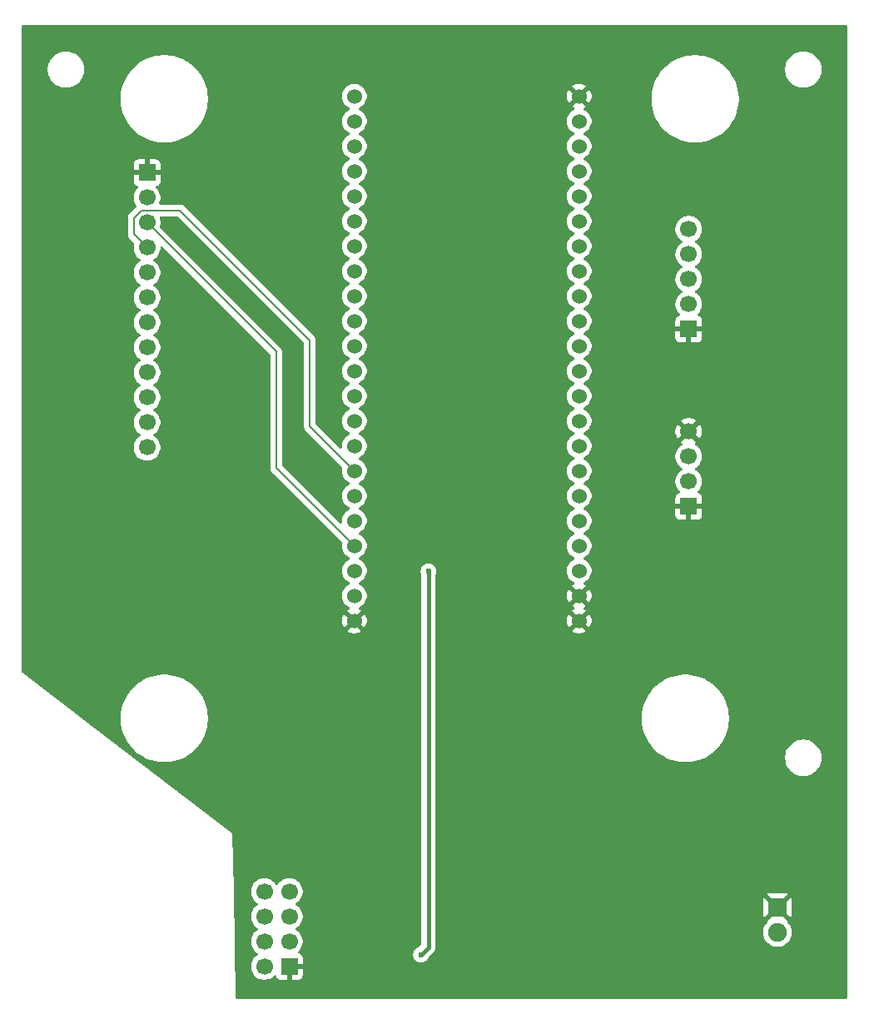
<source format=gbr>
%TF.GenerationSoftware,KiCad,Pcbnew,9.0.6*%
%TF.CreationDate,2026-02-25T03:49:56+07:00*%
%TF.ProjectId,Robot_remote,526f626f-745f-4726-956d-6f74652e6b69,rev?*%
%TF.SameCoordinates,Original*%
%TF.FileFunction,Copper,L2,Bot*%
%TF.FilePolarity,Positive*%
%FSLAX46Y46*%
G04 Gerber Fmt 4.6, Leading zero omitted, Abs format (unit mm)*
G04 Created by KiCad (PCBNEW 9.0.6) date 2026-02-25 03:49:56*
%MOMM*%
%LPD*%
G01*
G04 APERTURE LIST*
G04 Aperture macros list*
%AMRoundRect*
0 Rectangle with rounded corners*
0 $1 Rounding radius*
0 $2 $3 $4 $5 $6 $7 $8 $9 X,Y pos of 4 corners*
0 Add a 4 corners polygon primitive as box body*
4,1,4,$2,$3,$4,$5,$6,$7,$8,$9,$2,$3,0*
0 Add four circle primitives for the rounded corners*
1,1,$1+$1,$2,$3*
1,1,$1+$1,$4,$5*
1,1,$1+$1,$6,$7*
1,1,$1+$1,$8,$9*
0 Add four rect primitives between the rounded corners*
20,1,$1+$1,$2,$3,$4,$5,0*
20,1,$1+$1,$4,$5,$6,$7,0*
20,1,$1+$1,$6,$7,$8,$9,0*
20,1,$1+$1,$8,$9,$2,$3,0*%
G04 Aperture macros list end*
%TA.AperFunction,ComponentPad*%
%ADD10R,1.700000X1.700000*%
%TD*%
%TA.AperFunction,ComponentPad*%
%ADD11C,1.700000*%
%TD*%
%TA.AperFunction,ComponentPad*%
%ADD12C,1.530000*%
%TD*%
%TA.AperFunction,ComponentPad*%
%ADD13C,1.905000*%
%TD*%
%TA.AperFunction,ComponentPad*%
%ADD14RoundRect,0.285750X0.666750X0.666750X-0.666750X0.666750X-0.666750X-0.666750X0.666750X-0.666750X0*%
%TD*%
%TA.AperFunction,ViaPad*%
%ADD15C,0.600000*%
%TD*%
%TA.AperFunction,Conductor*%
%ADD16C,0.200000*%
%TD*%
%TA.AperFunction,Conductor*%
%ADD17C,0.400000*%
%TD*%
G04 APERTURE END LIST*
D10*
%TO.P,J3,1,Pin_1*%
%TO.N,GND*%
X98250000Y-57500000D03*
D11*
%TO.P,J3,2,Pin_2*%
%TO.N,+3.3V*%
X98250000Y-60040000D03*
%TO.P,J3,3,Pin_3*%
%TO.N,/NRF_CLK*%
X98250000Y-62580000D03*
%TO.P,J3,4,Pin_4*%
%TO.N,/NRF_MOSI*%
X98250000Y-65120000D03*
%TO.P,J3,5,Pin_5*%
%TO.N,/RES*%
X98250000Y-67660000D03*
%TO.P,J3,6,Pin_6*%
%TO.N,/DC*%
X98250000Y-70200000D03*
%TO.P,J3,7,Pin_7*%
%TO.N,/CS*%
X98250000Y-72740000D03*
%TO.P,J3,8,Pin_8*%
%TO.N,/BLK*%
X98250000Y-75280000D03*
%TO.P,J3,9,Pin_9*%
%TO.N,/TRA*%
X98250000Y-77820000D03*
%TO.P,J3,10,Pin_10*%
%TO.N,/TRB*%
X98250000Y-80360000D03*
%TO.P,J3,11,Pin_11*%
%TO.N,/PUSH*%
X98250000Y-82900000D03*
%TO.P,J3,12,Pin_12*%
%TO.N,/KEY0*%
X98250000Y-85440000D03*
%TD*%
D10*
%TO.P,U1,1,GND*%
%TO.N,GND*%
X112725200Y-138226800D03*
D11*
%TO.P,U1,2,VCC*%
%TO.N,+3.3V*%
X110185200Y-138226800D03*
%TO.P,U1,3,CE*%
%TO.N,/NRF_CE*%
X112725200Y-135686800D03*
%TO.P,U1,4,~{CSN}*%
%TO.N,/NRF_CSN*%
X110185200Y-135686800D03*
%TO.P,U1,5,SCK*%
%TO.N,/NRF_CLK*%
X112725200Y-133146800D03*
%TO.P,U1,6,MOSI*%
%TO.N,/NRF_MOSI*%
X110185200Y-133146800D03*
%TO.P,U1,7,MISO*%
%TO.N,/NRF_MISO*%
X112725200Y-130606800D03*
%TO.P,U1,8,IRQ*%
%TO.N,/NRF_IRQ*%
X110185200Y-130606800D03*
%TD*%
D12*
%TO.P,U3,J1_1,3V3*%
%TO.N,+3.3V*%
X119329200Y-49733200D03*
%TO.P,U3,J1_2,3V3*%
X119329200Y-52273200D03*
%TO.P,U3,J1_3,RST*%
%TO.N,unconnected-(U3-RST-PadJ1_3)*%
X119329200Y-54813200D03*
%TO.P,U3,J1_4,GPIO4*%
%TO.N,/RES*%
X119329200Y-57353200D03*
%TO.P,U3,J1_5,GPIO5*%
%TO.N,/DC*%
X119329200Y-59893200D03*
%TO.P,U3,J1_6,GPIO6*%
%TO.N,/CS*%
X119329200Y-62433200D03*
%TO.P,U3,J1_7,GPIO7*%
%TO.N,/BLK*%
X119329200Y-64973200D03*
%TO.P,U3,J1_8,GPIO15*%
%TO.N,/TRA*%
X119329200Y-67513200D03*
%TO.P,U3,J1_9,GPIO16*%
%TO.N,/TRB*%
X119329200Y-70053200D03*
%TO.P,U3,J1_10,GPIO17*%
%TO.N,/PUSH*%
X119329200Y-72593200D03*
%TO.P,U3,J1_11,GPIO18*%
%TO.N,/KEY0*%
X119329200Y-75133200D03*
%TO.P,U3,J1_12,GPIO8*%
%TO.N,unconnected-(U3-GPIO8-PadJ1_12)*%
X119329200Y-77673200D03*
%TO.P,U3,J1_13,GPIO3*%
%TO.N,unconnected-(U3-GPIO3-PadJ1_13)*%
X119329200Y-80213200D03*
%TO.P,U3,J1_14,GPIO46*%
%TO.N,unconnected-(U3-GPIO46-PadJ1_14)*%
X119329200Y-82753200D03*
%TO.P,U3,J1_15,GPIO9*%
%TO.N,/NRF_CSN*%
X119329200Y-85293200D03*
%TO.P,U3,J1_16,GPIO10*%
%TO.N,/NRF_MOSI*%
X119329200Y-87833200D03*
%TO.P,U3,J1_17,GPIO11*%
%TO.N,/NRF_IRQ*%
X119329200Y-90373200D03*
%TO.P,U3,J1_18,GPIO12*%
%TO.N,/NRF_MISO*%
X119329200Y-92913200D03*
%TO.P,U3,J1_19,GPIO13*%
%TO.N,/NRF_CLK*%
X119329200Y-95453200D03*
%TO.P,U3,J1_20,GPIO14*%
%TO.N,/NRF_CE*%
X119329200Y-97993200D03*
%TO.P,U3,J1_21,5V0*%
%TO.N,+5V*%
X119329200Y-100533200D03*
%TO.P,U3,J1_22,GND*%
%TO.N,GND*%
X119329200Y-103073200D03*
%TO.P,U3,J3_1,GND*%
X142189200Y-49733200D03*
%TO.P,U3,J3_2,U0TXD/GPIO43*%
%TO.N,unconnected-(U3-U0TXD{slash}GPIO43-PadJ3_2)*%
X142189200Y-52273200D03*
%TO.P,U3,J3_3,U0RXD/GPIO44*%
%TO.N,unconnected-(U3-U0RXD{slash}GPIO44-PadJ3_3)*%
X142189200Y-54813200D03*
%TO.P,U3,J3_4,GPIO1*%
%TO.N,/RY*%
X142189200Y-57353200D03*
%TO.P,U3,J3_5,GPIO2*%
%TO.N,/RX*%
X142189200Y-59893200D03*
%TO.P,U3,J3_6,MTMS/GPIO42*%
%TO.N,/SW*%
X142189200Y-62433200D03*
%TO.P,U3,J3_7,MTDI/GPIO41*%
%TO.N,unconnected-(U3-MTDI{slash}GPIO41-PadJ3_7)*%
X142189200Y-64973200D03*
%TO.P,U3,J3_8,MTDO/GPIO40*%
%TO.N,unconnected-(U3-MTDO{slash}GPIO40-PadJ3_8)*%
X142189200Y-67513200D03*
%TO.P,U3,J3_9,MTCK/GPIO39*%
%TO.N,unconnected-(U3-MTCK{slash}GPIO39-PadJ3_9)*%
X142189200Y-70053200D03*
%TO.P,U3,J3_10,GPIO38*%
%TO.N,unconnected-(U3-GPIO38-PadJ3_10)*%
X142189200Y-72593200D03*
%TO.P,U3,J3_11,GPIO37*%
%TO.N,unconnected-(U3-GPIO37-PadJ3_11)*%
X142189200Y-75133200D03*
%TO.P,U3,J3_12,GPIO36*%
%TO.N,/B2*%
X142189200Y-77673200D03*
%TO.P,U3,J3_13,GPIO35*%
%TO.N,/B1*%
X142189200Y-80213200D03*
%TO.P,U3,J3_14,GPIO0*%
%TO.N,unconnected-(U3-GPIO0-PadJ3_14)*%
X142189200Y-82753200D03*
%TO.P,U3,J3_15,GPIO45*%
%TO.N,unconnected-(U3-GPIO45-PadJ3_15)*%
X142189200Y-85293200D03*
%TO.P,U3,J3_16,GPIO48*%
%TO.N,unconnected-(U3-GPIO48-PadJ3_16)*%
X142189200Y-87833200D03*
%TO.P,U3,J3_17,GPIO47*%
%TO.N,unconnected-(U3-GPIO47-PadJ3_17)*%
X142189200Y-90373200D03*
%TO.P,U3,J3_18,GPIO21*%
%TO.N,unconnected-(U3-GPIO21-PadJ3_18)*%
X142189200Y-92913200D03*
%TO.P,U3,J3_19,USB_D+/GPIO20*%
%TO.N,unconnected-(U3-USB_D+{slash}GPIO20-PadJ3_19)*%
X142189200Y-95453200D03*
%TO.P,U3,J3_20,USB_D-/GPIO19*%
%TO.N,unconnected-(U3-USB_D-{slash}GPIO19-PadJ3_20)*%
X142189200Y-97993200D03*
%TO.P,U3,J3_21,GND*%
%TO.N,GND*%
X142189200Y-100533200D03*
%TO.P,U3,J3_22,GND*%
X142189200Y-103073200D03*
%TD*%
D10*
%TO.P,J1,1,Pin_1*%
%TO.N,GND*%
X153349000Y-73406000D03*
D11*
%TO.P,J1,2,Pin_2*%
%TO.N,+3.3V*%
X153349000Y-70866000D03*
%TO.P,J1,3,Pin_3*%
%TO.N,/RX*%
X153349000Y-68326000D03*
%TO.P,J1,4,Pin_4*%
%TO.N,/RY*%
X153349000Y-65786000D03*
%TO.P,J1,5,Pin_5*%
%TO.N,/SW*%
X153349000Y-63246000D03*
%TD*%
D10*
%TO.P,J2,1,Pin_1*%
%TO.N,GND*%
X153349000Y-91440000D03*
D11*
%TO.P,J2,2,Pin_2*%
%TO.N,/B1*%
X153349000Y-88900000D03*
%TO.P,J2,3,Pin_3*%
%TO.N,/B2*%
X153349000Y-86360000D03*
%TO.P,J2,4,Pin_4*%
%TO.N,GND*%
X153349000Y-83820000D03*
%TD*%
D13*
%TO.P,U2,1,VCC*%
%TO.N,+5V*%
X162377000Y-134747000D03*
D14*
%TO.P,U2,2,GND*%
%TO.N,GND*%
X162377000Y-132207000D03*
%TD*%
D15*
%TO.N,GND*%
X155321000Y-124460000D03*
X146558000Y-133350000D03*
X138049000Y-132842000D03*
X121412000Y-115951000D03*
X121666000Y-120904000D03*
X121920000Y-127000000D03*
X164084000Y-67183000D03*
X147955000Y-55753000D03*
X150876000Y-59690000D03*
X146685000Y-60452000D03*
X144526000Y-58674000D03*
X150368000Y-64008000D03*
X144272000Y-78994000D03*
X147828000Y-82042000D03*
X100330000Y-66802000D03*
X101092000Y-68580000D03*
X102108000Y-70104000D03*
X102489000Y-72263000D03*
X102997000Y-74295000D03*
X104013000Y-75819000D03*
X105918000Y-76454000D03*
X116205000Y-73914000D03*
X111887000Y-73914000D03*
X109474000Y-71501000D03*
X116078000Y-71374000D03*
X112395000Y-68707000D03*
X116078000Y-68834000D03*
X111125000Y-66294000D03*
X115824000Y-66167000D03*
X110871000Y-63754000D03*
X115697000Y-63754000D03*
X110871000Y-61214000D03*
X115697000Y-61087000D03*
X110871000Y-58674000D03*
X115951000Y-58674000D03*
X111633000Y-55118000D03*
X115570000Y-55372000D03*
X90805000Y-57277000D03*
X90551000Y-67564000D03*
X91440000Y-78486000D03*
X90805000Y-92964000D03*
X90678000Y-103124000D03*
X99568000Y-98425000D03*
X105156000Y-90424000D03*
X133858000Y-87757000D03*
X133223000Y-76835000D03*
X132715000Y-69215000D03*
X135509000Y-61595000D03*
X134620000Y-54737000D03*
X162179000Y-56769000D03*
X149225000Y-66802000D03*
X147193000Y-64516000D03*
X145669000Y-62992000D03*
X164211000Y-78232000D03*
X158496000Y-77978000D03*
X151384000Y-77724000D03*
X148844000Y-96012000D03*
X154432000Y-95631000D03*
X163703000Y-95250000D03*
X164211000Y-102235000D03*
X158623000Y-102108000D03*
X151511000Y-102235000D03*
X113157000Y-77216000D03*
X113030000Y-79629000D03*
X113030000Y-82677000D03*
%TO.N,+3.3V*%
X126111000Y-137033000D03*
X126873000Y-98044000D03*
%TO.N,GND*%
X137668000Y-124333000D03*
X113157000Y-120269000D03*
X113157000Y-115697000D03*
X113411000Y-111252000D03*
X113284000Y-106934000D03*
X113411000Y-102489000D03*
X115062000Y-93980000D03*
X114173000Y-95631000D03*
X112395000Y-97155000D03*
X114681000Y-86741000D03*
X114808000Y-85471000D03*
X113411000Y-86741000D03*
X113538000Y-84836000D03*
%TD*%
D16*
%TO.N,/NRF_MOSI*%
X101600000Y-61341000D02*
X114808000Y-74549000D01*
X97663000Y-61341000D02*
X101600000Y-61341000D01*
X96901000Y-62103000D02*
X97663000Y-61341000D01*
X96901000Y-63771000D02*
X96901000Y-62103000D01*
X98250000Y-65120000D02*
X96901000Y-63771000D01*
X114808000Y-74549000D02*
X114808000Y-83312000D01*
X114808000Y-83312000D02*
X119329200Y-87833200D01*
D17*
%TO.N,+3.3V*%
X126873000Y-136271000D02*
X126111000Y-137033000D01*
X126873000Y-98044000D02*
X126873000Y-136271000D01*
D16*
%TO.N,/NRF_CLK*%
X111379000Y-87503000D02*
X119329200Y-95453200D01*
X111379000Y-75709000D02*
X111379000Y-87503000D01*
X98250000Y-62580000D02*
X111379000Y-75709000D01*
%TD*%
%TA.AperFunction,Conductor*%
%TO.N,GND*%
G36*
X101366942Y-61961185D02*
G01*
X101387584Y-61977819D01*
X114171181Y-74761416D01*
X114204666Y-74822739D01*
X114207500Y-74849097D01*
X114207500Y-83225330D01*
X114207499Y-83225348D01*
X114207499Y-83391054D01*
X114207498Y-83391054D01*
X114207499Y-83391057D01*
X114248423Y-83543785D01*
X114267957Y-83577618D01*
X114307639Y-83646350D01*
X114327479Y-83680715D01*
X114446349Y-83799585D01*
X114446355Y-83799590D01*
X118062941Y-87416176D01*
X118096426Y-87477499D01*
X118095838Y-87532788D01*
X118094861Y-87536859D01*
X118063700Y-87733603D01*
X118063700Y-87932796D01*
X118094861Y-88129540D01*
X118094861Y-88129543D01*
X118156413Y-88318980D01*
X118246847Y-88496466D01*
X118363931Y-88657618D01*
X118504782Y-88798469D01*
X118665934Y-88915553D01*
X118735653Y-88951077D01*
X118817372Y-88992715D01*
X118868168Y-89040690D01*
X118884963Y-89108511D01*
X118862425Y-89174646D01*
X118817372Y-89213685D01*
X118665933Y-89290847D01*
X118573990Y-89357647D01*
X118504782Y-89407931D01*
X118504780Y-89407933D01*
X118504779Y-89407933D01*
X118363933Y-89548779D01*
X118363933Y-89548780D01*
X118363931Y-89548782D01*
X118321040Y-89607816D01*
X118246847Y-89709933D01*
X118156413Y-89887419D01*
X118094861Y-90076856D01*
X118094861Y-90076859D01*
X118063700Y-90273603D01*
X118063700Y-90472796D01*
X118094861Y-90669540D01*
X118094861Y-90669543D01*
X118156413Y-90858980D01*
X118156415Y-90858983D01*
X118246847Y-91036466D01*
X118363931Y-91197618D01*
X118504782Y-91338469D01*
X118665934Y-91455553D01*
X118735653Y-91491077D01*
X118817372Y-91532715D01*
X118868168Y-91580690D01*
X118884963Y-91648511D01*
X118862425Y-91714646D01*
X118817372Y-91753685D01*
X118665933Y-91830847D01*
X118573990Y-91897647D01*
X118504782Y-91947931D01*
X118504780Y-91947933D01*
X118504779Y-91947933D01*
X118363933Y-92088779D01*
X118363933Y-92088780D01*
X118363931Y-92088782D01*
X118313647Y-92157990D01*
X118246847Y-92249933D01*
X118156413Y-92427419D01*
X118094861Y-92616856D01*
X118094861Y-92616859D01*
X118067438Y-92790000D01*
X118063700Y-92813603D01*
X118063700Y-93012797D01*
X118065288Y-93022821D01*
X118056331Y-93092114D01*
X118011334Y-93145565D01*
X117944582Y-93166203D01*
X117877269Y-93147477D01*
X117855133Y-93129897D01*
X112015819Y-87290583D01*
X111982334Y-87229260D01*
X111979500Y-87202902D01*
X111979500Y-75798059D01*
X111979501Y-75798046D01*
X111979501Y-75629945D01*
X111979501Y-75629943D01*
X111938577Y-75477215D01*
X111909639Y-75427095D01*
X111859520Y-75340284D01*
X111747716Y-75228480D01*
X111747715Y-75228479D01*
X111743385Y-75224149D01*
X111743374Y-75224139D01*
X99583757Y-63064522D01*
X99550272Y-63003199D01*
X99553507Y-62938523D01*
X99567246Y-62896243D01*
X99600500Y-62686287D01*
X99600500Y-62473713D01*
X99567246Y-62263757D01*
X99515277Y-62103816D01*
X99513283Y-62033977D01*
X99549363Y-61974144D01*
X99612064Y-61943316D01*
X99633209Y-61941500D01*
X101299903Y-61941500D01*
X101366942Y-61961185D01*
G37*
%TD.AperFunction*%
%TA.AperFunction,Conductor*%
G36*
X169442539Y-42520185D02*
G01*
X169488294Y-42572989D01*
X169499500Y-42624500D01*
X169499500Y-141375500D01*
X169479815Y-141442539D01*
X169427011Y-141488294D01*
X169375500Y-141499500D01*
X107387955Y-141499500D01*
X107320916Y-141479815D01*
X107275161Y-141427011D01*
X107263979Y-141377955D01*
X107263930Y-141375500D01*
X107157416Y-135996519D01*
X107048585Y-130500513D01*
X108834700Y-130500513D01*
X108834700Y-130713086D01*
X108867953Y-130923039D01*
X108933644Y-131125214D01*
X109030151Y-131314620D01*
X109155090Y-131486586D01*
X109305413Y-131636909D01*
X109477382Y-131761850D01*
X109486146Y-131766316D01*
X109536942Y-131814291D01*
X109553736Y-131882112D01*
X109531198Y-131948247D01*
X109486146Y-131987284D01*
X109477382Y-131991749D01*
X109305413Y-132116690D01*
X109155090Y-132267013D01*
X109030151Y-132438979D01*
X108933644Y-132628385D01*
X108867953Y-132830560D01*
X108834700Y-133040513D01*
X108834700Y-133253087D01*
X108867954Y-133463043D01*
X108925033Y-133638714D01*
X108933644Y-133665214D01*
X109030151Y-133854620D01*
X109155090Y-134026586D01*
X109305413Y-134176909D01*
X109477382Y-134301850D01*
X109486146Y-134306316D01*
X109536942Y-134354291D01*
X109553736Y-134422112D01*
X109531198Y-134488247D01*
X109486146Y-134527284D01*
X109477382Y-134531749D01*
X109305413Y-134656690D01*
X109155090Y-134807013D01*
X109030151Y-134978979D01*
X108933644Y-135168385D01*
X108867953Y-135370560D01*
X108834700Y-135580513D01*
X108834700Y-135793086D01*
X108866920Y-135996519D01*
X108867954Y-136003043D01*
X108932601Y-136202006D01*
X108933644Y-136205214D01*
X109030151Y-136394620D01*
X109155090Y-136566586D01*
X109305413Y-136716909D01*
X109477382Y-136841850D01*
X109486146Y-136846316D01*
X109536942Y-136894291D01*
X109553736Y-136962112D01*
X109531198Y-137028247D01*
X109486146Y-137067284D01*
X109477382Y-137071749D01*
X109305413Y-137196690D01*
X109155090Y-137347013D01*
X109030151Y-137518979D01*
X108933644Y-137708385D01*
X108867953Y-137910560D01*
X108866491Y-137919793D01*
X108834700Y-138120513D01*
X108834700Y-138333087D01*
X108844734Y-138396444D01*
X108867953Y-138543039D01*
X108933644Y-138745214D01*
X109030151Y-138934620D01*
X109155090Y-139106586D01*
X109305413Y-139256909D01*
X109477379Y-139381848D01*
X109477381Y-139381849D01*
X109477384Y-139381851D01*
X109666788Y-139478357D01*
X109868957Y-139544046D01*
X110078913Y-139577300D01*
X110078914Y-139577300D01*
X110291486Y-139577300D01*
X110291487Y-139577300D01*
X110501443Y-139544046D01*
X110703612Y-139478357D01*
X110893016Y-139381851D01*
X110979678Y-139318888D01*
X111064984Y-139256910D01*
X111064984Y-139256909D01*
X111064992Y-139256904D01*
X111178917Y-139142978D01*
X111240236Y-139109496D01*
X111309928Y-139114480D01*
X111365862Y-139156351D01*
X111382777Y-139187328D01*
X111431846Y-139318888D01*
X111431849Y-139318893D01*
X111518009Y-139433987D01*
X111518012Y-139433990D01*
X111633106Y-139520150D01*
X111633113Y-139520154D01*
X111767820Y-139570396D01*
X111767827Y-139570398D01*
X111827355Y-139576799D01*
X111827372Y-139576800D01*
X112475200Y-139576800D01*
X112475200Y-138659812D01*
X112532207Y-138692725D01*
X112659374Y-138726800D01*
X112791026Y-138726800D01*
X112918193Y-138692725D01*
X112975200Y-138659812D01*
X112975200Y-139576800D01*
X113623028Y-139576800D01*
X113623044Y-139576799D01*
X113682572Y-139570398D01*
X113682579Y-139570396D01*
X113817286Y-139520154D01*
X113817293Y-139520150D01*
X113932387Y-139433990D01*
X113932390Y-139433987D01*
X114018550Y-139318893D01*
X114018554Y-139318886D01*
X114068796Y-139184179D01*
X114068798Y-139184172D01*
X114075199Y-139124644D01*
X114075200Y-139124627D01*
X114075200Y-138476800D01*
X113158212Y-138476800D01*
X113191125Y-138419793D01*
X113225200Y-138292626D01*
X113225200Y-138160974D01*
X113191125Y-138033807D01*
X113158212Y-137976800D01*
X114075200Y-137976800D01*
X114075200Y-137328972D01*
X114075199Y-137328955D01*
X114068798Y-137269427D01*
X114068796Y-137269420D01*
X114018554Y-137134713D01*
X114018550Y-137134706D01*
X113934460Y-137022377D01*
X113932390Y-137019612D01*
X113932387Y-137019609D01*
X113844950Y-136954153D01*
X125310500Y-136954153D01*
X125310500Y-137111846D01*
X125341261Y-137266489D01*
X125341264Y-137266501D01*
X125401602Y-137412172D01*
X125401609Y-137412185D01*
X125489210Y-137543288D01*
X125489213Y-137543292D01*
X125600707Y-137654786D01*
X125600711Y-137654789D01*
X125731814Y-137742390D01*
X125731827Y-137742397D01*
X125776438Y-137760875D01*
X125877503Y-137802737D01*
X126032153Y-137833499D01*
X126032156Y-137833500D01*
X126032158Y-137833500D01*
X126189844Y-137833500D01*
X126189845Y-137833499D01*
X126344497Y-137802737D01*
X126490179Y-137742394D01*
X126621289Y-137654789D01*
X126732789Y-137543289D01*
X126820394Y-137412179D01*
X126820395Y-137412176D01*
X126820397Y-137412173D01*
X126880192Y-137267812D01*
X126907069Y-137227586D01*
X127417114Y-136717543D01*
X127493775Y-136602811D01*
X127546580Y-136475328D01*
X127555389Y-136431040D01*
X127573500Y-136339996D01*
X127573500Y-134632646D01*
X160924000Y-134632646D01*
X160924000Y-134861353D01*
X160959778Y-135087246D01*
X160959778Y-135087249D01*
X161030450Y-135304755D01*
X161134283Y-135508538D01*
X161268714Y-135693566D01*
X161430434Y-135855286D01*
X161615462Y-135989717D01*
X161819242Y-136093548D01*
X161819244Y-136093549D01*
X162036751Y-136164221D01*
X162036752Y-136164221D01*
X162036755Y-136164222D01*
X162262646Y-136200000D01*
X162262647Y-136200000D01*
X162491353Y-136200000D01*
X162491354Y-136200000D01*
X162717245Y-136164222D01*
X162717248Y-136164221D01*
X162717249Y-136164221D01*
X162934755Y-136093549D01*
X162934755Y-136093548D01*
X162934758Y-136093548D01*
X163138538Y-135989717D01*
X163323566Y-135855286D01*
X163485286Y-135693566D01*
X163619717Y-135508538D01*
X163723548Y-135304758D01*
X163723549Y-135304755D01*
X163794221Y-135087249D01*
X163794221Y-135087248D01*
X163794222Y-135087245D01*
X163830000Y-134861354D01*
X163830000Y-134632646D01*
X163794222Y-134406755D01*
X163794221Y-134406751D01*
X163794221Y-134406750D01*
X163723549Y-134189244D01*
X163717261Y-134176904D01*
X163619717Y-133985462D01*
X163485286Y-133800434D01*
X163425424Y-133740572D01*
X163391939Y-133679249D01*
X163389884Y-133639012D01*
X163396522Y-133580074D01*
X162465585Y-132649137D01*
X162550694Y-132626333D01*
X162653306Y-132567090D01*
X162737090Y-132483306D01*
X162796333Y-132380694D01*
X162819137Y-132295585D01*
X163750075Y-133226523D01*
X163756163Y-133216836D01*
X163756167Y-133216827D01*
X163814648Y-133049696D01*
X163829499Y-132917884D01*
X163829500Y-132917880D01*
X163829500Y-131496119D01*
X163829499Y-131496115D01*
X163814648Y-131364304D01*
X163756166Y-131197170D01*
X163750074Y-131187476D01*
X162819137Y-132118413D01*
X162796333Y-132033306D01*
X162737090Y-131930694D01*
X162653306Y-131846910D01*
X162550694Y-131787667D01*
X162465586Y-131764862D01*
X163396523Y-130833923D01*
X163386834Y-130827836D01*
X163219694Y-130769351D01*
X163087884Y-130754500D01*
X161666115Y-130754500D01*
X161534304Y-130769351D01*
X161367166Y-130827835D01*
X161357475Y-130833923D01*
X162288414Y-131764862D01*
X162203306Y-131787667D01*
X162100694Y-131846910D01*
X162016910Y-131930694D01*
X161957667Y-132033306D01*
X161934862Y-132118414D01*
X161003923Y-131187475D01*
X160997835Y-131197166D01*
X160939351Y-131364304D01*
X160924500Y-131496115D01*
X160924500Y-132917884D01*
X160939351Y-133049694D01*
X160997836Y-133216834D01*
X161003923Y-133226522D01*
X161934862Y-132295585D01*
X161957667Y-132380694D01*
X162016910Y-132483306D01*
X162100694Y-132567090D01*
X162203306Y-132626333D01*
X162288414Y-132649137D01*
X161357476Y-133580074D01*
X161364115Y-133639011D01*
X161352058Y-133707832D01*
X161328576Y-133740572D01*
X161268713Y-133800434D01*
X161134283Y-133985461D01*
X161030450Y-134189244D01*
X160959778Y-134406750D01*
X160959778Y-134406753D01*
X160924000Y-134632646D01*
X127573500Y-134632646D01*
X127573500Y-112805683D01*
X148549500Y-112805683D01*
X148549500Y-113194316D01*
X148583371Y-113581462D01*
X148583371Y-113581466D01*
X148650853Y-113964172D01*
X148650857Y-113964189D01*
X148751435Y-114339555D01*
X148884362Y-114704768D01*
X149048587Y-115056952D01*
X149048600Y-115056976D01*
X149242905Y-115393521D01*
X149242914Y-115393536D01*
X149465821Y-115711880D01*
X149656358Y-115938952D01*
X149715621Y-116009579D01*
X149990421Y-116284379D01*
X150096361Y-116373273D01*
X150288119Y-116534178D01*
X150288125Y-116534182D01*
X150288126Y-116534183D01*
X150606470Y-116757090D01*
X150921894Y-116939200D01*
X150943023Y-116951399D01*
X150943047Y-116951412D01*
X151295231Y-117115637D01*
X151295236Y-117115638D01*
X151295245Y-117115643D01*
X151660434Y-117248561D01*
X151660440Y-117248562D01*
X151660444Y-117248564D01*
X151762666Y-117275954D01*
X152035818Y-117349145D01*
X152418540Y-117416629D01*
X152805685Y-117450499D01*
X152805686Y-117450500D01*
X152805687Y-117450500D01*
X153194314Y-117450500D01*
X153194314Y-117450499D01*
X153581460Y-117416629D01*
X153964182Y-117349145D01*
X154339566Y-117248561D01*
X154704755Y-117115643D01*
X154704768Y-117115637D01*
X155056952Y-116951412D01*
X155056960Y-116951407D01*
X155056970Y-116951403D01*
X155182876Y-116878711D01*
X163149500Y-116878711D01*
X163149500Y-117121288D01*
X163179497Y-117349146D01*
X163181162Y-117361789D01*
X163204932Y-117450499D01*
X163243947Y-117596104D01*
X163336773Y-117820205D01*
X163336776Y-117820212D01*
X163458064Y-118030289D01*
X163458066Y-118030292D01*
X163458067Y-118030293D01*
X163605733Y-118222736D01*
X163605739Y-118222743D01*
X163777256Y-118394260D01*
X163777262Y-118394265D01*
X163969711Y-118541936D01*
X164179788Y-118663224D01*
X164403900Y-118756054D01*
X164638211Y-118818838D01*
X164818586Y-118842584D01*
X164878711Y-118850500D01*
X164878712Y-118850500D01*
X165121289Y-118850500D01*
X165169388Y-118844167D01*
X165361789Y-118818838D01*
X165596100Y-118756054D01*
X165820212Y-118663224D01*
X166030289Y-118541936D01*
X166222738Y-118394265D01*
X166394265Y-118222738D01*
X166541936Y-118030289D01*
X166663224Y-117820212D01*
X166756054Y-117596100D01*
X166818838Y-117361789D01*
X166850500Y-117121288D01*
X166850500Y-116878712D01*
X166818838Y-116638211D01*
X166756054Y-116403900D01*
X166663224Y-116179788D01*
X166541936Y-115969711D01*
X166394265Y-115777262D01*
X166394260Y-115777256D01*
X166222743Y-115605739D01*
X166222736Y-115605733D01*
X166030293Y-115458067D01*
X166030292Y-115458066D01*
X166030289Y-115458064D01*
X165820212Y-115336776D01*
X165820205Y-115336773D01*
X165596104Y-115243947D01*
X165361785Y-115181161D01*
X165121289Y-115149500D01*
X165121288Y-115149500D01*
X164878712Y-115149500D01*
X164878711Y-115149500D01*
X164638214Y-115181161D01*
X164403895Y-115243947D01*
X164179794Y-115336773D01*
X164179785Y-115336777D01*
X163969706Y-115458067D01*
X163777263Y-115605733D01*
X163777256Y-115605739D01*
X163605739Y-115777256D01*
X163605733Y-115777263D01*
X163458067Y-115969706D01*
X163336777Y-116179785D01*
X163336773Y-116179794D01*
X163243947Y-116403895D01*
X163181161Y-116638214D01*
X163149500Y-116878711D01*
X155182876Y-116878711D01*
X155393530Y-116757090D01*
X155711874Y-116534183D01*
X156009579Y-116284379D01*
X156284379Y-116009579D01*
X156534183Y-115711874D01*
X156757090Y-115393530D01*
X156951403Y-115056970D01*
X156951407Y-115056960D01*
X156951412Y-115056952D01*
X157115637Y-114704768D01*
X157115637Y-114704767D01*
X157115643Y-114704755D01*
X157248561Y-114339566D01*
X157349145Y-113964182D01*
X157416629Y-113581460D01*
X157450500Y-113194313D01*
X157450500Y-112805687D01*
X157416629Y-112418540D01*
X157349145Y-112035818D01*
X157248561Y-111660434D01*
X157115643Y-111295245D01*
X157115638Y-111295236D01*
X157115637Y-111295231D01*
X156951412Y-110943047D01*
X156951399Y-110943023D01*
X156939200Y-110921894D01*
X156757090Y-110606470D01*
X156534183Y-110288126D01*
X156534182Y-110288125D01*
X156534178Y-110288119D01*
X156284376Y-109990418D01*
X156009581Y-109715623D01*
X155711880Y-109465821D01*
X155393536Y-109242914D01*
X155393533Y-109242912D01*
X155393530Y-109242910D01*
X155293538Y-109185179D01*
X155056976Y-109048600D01*
X155056952Y-109048587D01*
X154704768Y-108884362D01*
X154704757Y-108884358D01*
X154704755Y-108884357D01*
X154339566Y-108751439D01*
X154339565Y-108751438D01*
X154339555Y-108751435D01*
X153964189Y-108650857D01*
X153964192Y-108650857D01*
X153964182Y-108650855D01*
X153964176Y-108650853D01*
X153964172Y-108650853D01*
X153581464Y-108583371D01*
X153194316Y-108549500D01*
X153194313Y-108549500D01*
X152805687Y-108549500D01*
X152805683Y-108549500D01*
X152418537Y-108583371D01*
X152418533Y-108583371D01*
X152035827Y-108650853D01*
X152035810Y-108650857D01*
X151660444Y-108751435D01*
X151295231Y-108884362D01*
X150943047Y-109048587D01*
X150943023Y-109048600D01*
X150606478Y-109242905D01*
X150606463Y-109242914D01*
X150288119Y-109465821D01*
X149990418Y-109715623D01*
X149715623Y-109990418D01*
X149465821Y-110288119D01*
X149242914Y-110606463D01*
X149242905Y-110606478D01*
X149048600Y-110943023D01*
X149048587Y-110943047D01*
X148884362Y-111295231D01*
X148751435Y-111660444D01*
X148650857Y-112035810D01*
X148650853Y-112035827D01*
X148583371Y-112418533D01*
X148583371Y-112418537D01*
X148549500Y-112805683D01*
X127573500Y-112805683D01*
X127573500Y-98469316D01*
X127582939Y-98421864D01*
X127637747Y-98289543D01*
X127642737Y-98277497D01*
X127673500Y-98122842D01*
X127673500Y-97965158D01*
X127673500Y-97965155D01*
X127673499Y-97965153D01*
X127642738Y-97810510D01*
X127642737Y-97810503D01*
X127642735Y-97810498D01*
X127582397Y-97664827D01*
X127582390Y-97664814D01*
X127494789Y-97533711D01*
X127494786Y-97533707D01*
X127383292Y-97422213D01*
X127383288Y-97422210D01*
X127252185Y-97334609D01*
X127252172Y-97334602D01*
X127106501Y-97274264D01*
X127106489Y-97274261D01*
X126951845Y-97243500D01*
X126951842Y-97243500D01*
X126794158Y-97243500D01*
X126794155Y-97243500D01*
X126639510Y-97274261D01*
X126639498Y-97274264D01*
X126493827Y-97334602D01*
X126493814Y-97334609D01*
X126362711Y-97422210D01*
X126362707Y-97422213D01*
X126251213Y-97533707D01*
X126251210Y-97533711D01*
X126163609Y-97664814D01*
X126163602Y-97664827D01*
X126103264Y-97810498D01*
X126103261Y-97810510D01*
X126072500Y-97965153D01*
X126072500Y-98122846D01*
X126103261Y-98277489D01*
X126103264Y-98277501D01*
X126163061Y-98421864D01*
X126172500Y-98469316D01*
X126172500Y-135929480D01*
X126152815Y-135996519D01*
X126136181Y-136017161D01*
X125916412Y-136236929D01*
X125876184Y-136263809D01*
X125731823Y-136323604D01*
X125731814Y-136323609D01*
X125600711Y-136411210D01*
X125600707Y-136411213D01*
X125489213Y-136522707D01*
X125489210Y-136522711D01*
X125401609Y-136653814D01*
X125401602Y-136653827D01*
X125341264Y-136799498D01*
X125341261Y-136799510D01*
X125310500Y-136954153D01*
X113844950Y-136954153D01*
X113817293Y-136933449D01*
X113817288Y-136933446D01*
X113685728Y-136884377D01*
X113629795Y-136842505D01*
X113605378Y-136777041D01*
X113620230Y-136708768D01*
X113641375Y-136680520D01*
X113755304Y-136566592D01*
X113880251Y-136394616D01*
X113976757Y-136205212D01*
X114042446Y-136003043D01*
X114075700Y-135793087D01*
X114075700Y-135580513D01*
X114042446Y-135370557D01*
X113976757Y-135168388D01*
X113880251Y-134978984D01*
X113880249Y-134978981D01*
X113880248Y-134978979D01*
X113755309Y-134807013D01*
X113604986Y-134656690D01*
X113433020Y-134531751D01*
X113432315Y-134531391D01*
X113424254Y-134527285D01*
X113373459Y-134479312D01*
X113356663Y-134411492D01*
X113379199Y-134345356D01*
X113424254Y-134306315D01*
X113433016Y-134301851D01*
X113454989Y-134285886D01*
X113604986Y-134176909D01*
X113604988Y-134176906D01*
X113604992Y-134176904D01*
X113755304Y-134026592D01*
X113755306Y-134026588D01*
X113755309Y-134026586D01*
X113880248Y-133854620D01*
X113880247Y-133854620D01*
X113880251Y-133854616D01*
X113976757Y-133665212D01*
X114042446Y-133463043D01*
X114075700Y-133253087D01*
X114075700Y-133040513D01*
X114042446Y-132830557D01*
X113976757Y-132628388D01*
X113880251Y-132438984D01*
X113880249Y-132438981D01*
X113880248Y-132438979D01*
X113755309Y-132267013D01*
X113604986Y-132116690D01*
X113433020Y-131991751D01*
X113432315Y-131991391D01*
X113424254Y-131987285D01*
X113373459Y-131939312D01*
X113356663Y-131871492D01*
X113379199Y-131805356D01*
X113424254Y-131766315D01*
X113433016Y-131761851D01*
X113454989Y-131745886D01*
X113604986Y-131636909D01*
X113604988Y-131636906D01*
X113604992Y-131636904D01*
X113755304Y-131486592D01*
X113755306Y-131486588D01*
X113755309Y-131486586D01*
X113880248Y-131314620D01*
X113880247Y-131314620D01*
X113880251Y-131314616D01*
X113976757Y-131125212D01*
X114042446Y-130923043D01*
X114075700Y-130713087D01*
X114075700Y-130500513D01*
X114042446Y-130290557D01*
X113976757Y-130088388D01*
X113880251Y-129898984D01*
X113880249Y-129898981D01*
X113880248Y-129898979D01*
X113755309Y-129727013D01*
X113604986Y-129576690D01*
X113433020Y-129451751D01*
X113243614Y-129355244D01*
X113243613Y-129355243D01*
X113243612Y-129355243D01*
X113041443Y-129289554D01*
X113041441Y-129289553D01*
X113041440Y-129289553D01*
X112880157Y-129264008D01*
X112831487Y-129256300D01*
X112618913Y-129256300D01*
X112570242Y-129264008D01*
X112408960Y-129289553D01*
X112206785Y-129355244D01*
X112017379Y-129451751D01*
X111845413Y-129576690D01*
X111695090Y-129727013D01*
X111570149Y-129898982D01*
X111565684Y-129907746D01*
X111517709Y-129958542D01*
X111449888Y-129975336D01*
X111383753Y-129952798D01*
X111344716Y-129907746D01*
X111340250Y-129898982D01*
X111215309Y-129727013D01*
X111064986Y-129576690D01*
X110893020Y-129451751D01*
X110703614Y-129355244D01*
X110703613Y-129355243D01*
X110703612Y-129355243D01*
X110501443Y-129289554D01*
X110501441Y-129289553D01*
X110501440Y-129289553D01*
X110340157Y-129264008D01*
X110291487Y-129256300D01*
X110078913Y-129256300D01*
X110030242Y-129264008D01*
X109868960Y-129289553D01*
X109666785Y-129355244D01*
X109477379Y-129451751D01*
X109305413Y-129576690D01*
X109155090Y-129727013D01*
X109030151Y-129898979D01*
X108933644Y-130088385D01*
X108867953Y-130290560D01*
X108834700Y-130500513D01*
X107048585Y-130500513D01*
X107048537Y-130498096D01*
X106934000Y-124713999D01*
X91514920Y-112901415D01*
X91389960Y-112805683D01*
X95549500Y-112805683D01*
X95549500Y-113194316D01*
X95583371Y-113581462D01*
X95583371Y-113581466D01*
X95650853Y-113964172D01*
X95650857Y-113964189D01*
X95751435Y-114339555D01*
X95884362Y-114704768D01*
X96048587Y-115056952D01*
X96048600Y-115056976D01*
X96242905Y-115393521D01*
X96242914Y-115393536D01*
X96465821Y-115711880D01*
X96656358Y-115938952D01*
X96715621Y-116009579D01*
X96990421Y-116284379D01*
X97096361Y-116373273D01*
X97288119Y-116534178D01*
X97288125Y-116534182D01*
X97288126Y-116534183D01*
X97606470Y-116757090D01*
X97921894Y-116939200D01*
X97943023Y-116951399D01*
X97943047Y-116951412D01*
X98295231Y-117115637D01*
X98295236Y-117115638D01*
X98295245Y-117115643D01*
X98660434Y-117248561D01*
X98660440Y-117248562D01*
X98660444Y-117248564D01*
X98762666Y-117275954D01*
X99035818Y-117349145D01*
X99418540Y-117416629D01*
X99805685Y-117450499D01*
X99805686Y-117450500D01*
X99805687Y-117450500D01*
X100194314Y-117450500D01*
X100194314Y-117450499D01*
X100581460Y-117416629D01*
X100964182Y-117349145D01*
X101339566Y-117248561D01*
X101704755Y-117115643D01*
X101704768Y-117115637D01*
X102056952Y-116951412D01*
X102056960Y-116951407D01*
X102056970Y-116951403D01*
X102393530Y-116757090D01*
X102711874Y-116534183D01*
X103009579Y-116284379D01*
X103284379Y-116009579D01*
X103534183Y-115711874D01*
X103757090Y-115393530D01*
X103951403Y-115056970D01*
X103951407Y-115056960D01*
X103951412Y-115056952D01*
X104115637Y-114704768D01*
X104115637Y-114704767D01*
X104115643Y-114704755D01*
X104248561Y-114339566D01*
X104349145Y-113964182D01*
X104416629Y-113581460D01*
X104450500Y-113194313D01*
X104450500Y-112805687D01*
X104416629Y-112418540D01*
X104349145Y-112035818D01*
X104248561Y-111660434D01*
X104115643Y-111295245D01*
X104115638Y-111295236D01*
X104115637Y-111295231D01*
X103951412Y-110943047D01*
X103951399Y-110943023D01*
X103939200Y-110921894D01*
X103757090Y-110606470D01*
X103534183Y-110288126D01*
X103534182Y-110288125D01*
X103534178Y-110288119D01*
X103284376Y-109990418D01*
X103009581Y-109715623D01*
X102711880Y-109465821D01*
X102393536Y-109242914D01*
X102393533Y-109242912D01*
X102393530Y-109242910D01*
X102293538Y-109185179D01*
X102056976Y-109048600D01*
X102056952Y-109048587D01*
X101704768Y-108884362D01*
X101704757Y-108884358D01*
X101704755Y-108884357D01*
X101339566Y-108751439D01*
X101339565Y-108751438D01*
X101339555Y-108751435D01*
X100964189Y-108650857D01*
X100964192Y-108650857D01*
X100964182Y-108650855D01*
X100964176Y-108650853D01*
X100964172Y-108650853D01*
X100581464Y-108583371D01*
X100194316Y-108549500D01*
X100194313Y-108549500D01*
X99805687Y-108549500D01*
X99805683Y-108549500D01*
X99418537Y-108583371D01*
X99418533Y-108583371D01*
X99035827Y-108650853D01*
X99035810Y-108650857D01*
X98660444Y-108751435D01*
X98295231Y-108884362D01*
X97943047Y-109048587D01*
X97943023Y-109048600D01*
X97606478Y-109242905D01*
X97606463Y-109242914D01*
X97288119Y-109465821D01*
X96990418Y-109715623D01*
X96715623Y-109990418D01*
X96465821Y-110288119D01*
X96242914Y-110606463D01*
X96242905Y-110606478D01*
X96048600Y-110943023D01*
X96048587Y-110943047D01*
X95884362Y-111295231D01*
X95751435Y-111660444D01*
X95650857Y-112035810D01*
X95650853Y-112035827D01*
X95583371Y-112418533D01*
X95583371Y-112418537D01*
X95549500Y-112805683D01*
X91389960Y-112805683D01*
X85549090Y-108330982D01*
X85507843Y-108274586D01*
X85500500Y-108232548D01*
X85500500Y-63850054D01*
X96300498Y-63850054D01*
X96300499Y-63850057D01*
X96341423Y-64002785D01*
X96353175Y-64023139D01*
X96398045Y-64100857D01*
X96420479Y-64139715D01*
X96539349Y-64258585D01*
X96539355Y-64258590D01*
X96916241Y-64635476D01*
X96949726Y-64696799D01*
X96946492Y-64761473D01*
X96932753Y-64803757D01*
X96899762Y-65012058D01*
X96899500Y-65013713D01*
X96899500Y-65226287D01*
X96932754Y-65436243D01*
X96943644Y-65469760D01*
X96998444Y-65638414D01*
X97094951Y-65827820D01*
X97219890Y-65999786D01*
X97370213Y-66150109D01*
X97542182Y-66275050D01*
X97550946Y-66279516D01*
X97601742Y-66327491D01*
X97618536Y-66395312D01*
X97595998Y-66461447D01*
X97550946Y-66500484D01*
X97542182Y-66504949D01*
X97370213Y-66629890D01*
X97219890Y-66780213D01*
X97094951Y-66952179D01*
X96998444Y-67141585D01*
X96932753Y-67343760D01*
X96921691Y-67413603D01*
X96899500Y-67553713D01*
X96899500Y-67766287D01*
X96932754Y-67976243D01*
X96943644Y-68009760D01*
X96998444Y-68178414D01*
X97094951Y-68367820D01*
X97219890Y-68539786D01*
X97370213Y-68690109D01*
X97542182Y-68815050D01*
X97550946Y-68819516D01*
X97601742Y-68867491D01*
X97618536Y-68935312D01*
X97595998Y-69001447D01*
X97550946Y-69040484D01*
X97542182Y-69044949D01*
X97370213Y-69169890D01*
X97219890Y-69320213D01*
X97094951Y-69492179D01*
X96998444Y-69681585D01*
X96932753Y-69883760D01*
X96921691Y-69953603D01*
X96899500Y-70093713D01*
X96899500Y-70306287D01*
X96932754Y-70516243D01*
X96943644Y-70549760D01*
X96998444Y-70718414D01*
X97094951Y-70907820D01*
X97219890Y-71079786D01*
X97370213Y-71230109D01*
X97542182Y-71355050D01*
X97550946Y-71359516D01*
X97601742Y-71407491D01*
X97618536Y-71475312D01*
X97595998Y-71541447D01*
X97550946Y-71580484D01*
X97542182Y-71584949D01*
X97370213Y-71709890D01*
X97219890Y-71860213D01*
X97094951Y-72032179D01*
X96998444Y-72221585D01*
X96932753Y-72423760D01*
X96919384Y-72508172D01*
X96899500Y-72633713D01*
X96899500Y-72846287D01*
X96906351Y-72889540D01*
X96924780Y-73005901D01*
X96932754Y-73056243D01*
X96946644Y-73098993D01*
X96998444Y-73258414D01*
X97094951Y-73447820D01*
X97219890Y-73619786D01*
X97370213Y-73770109D01*
X97542182Y-73895050D01*
X97550946Y-73899516D01*
X97601742Y-73947491D01*
X97618536Y-74015312D01*
X97595998Y-74081447D01*
X97550946Y-74120484D01*
X97542182Y-74124949D01*
X97370213Y-74249890D01*
X97219890Y-74400213D01*
X97094951Y-74572179D01*
X96998444Y-74761585D01*
X96932753Y-74963760D01*
X96921691Y-75033603D01*
X96899500Y-75173713D01*
X96899500Y-75386287D01*
X96906351Y-75429540D01*
X96913901Y-75477214D01*
X96932754Y-75596243D01*
X96998328Y-75798059D01*
X96998444Y-75798414D01*
X97094951Y-75987820D01*
X97219890Y-76159786D01*
X97370213Y-76310109D01*
X97542182Y-76435050D01*
X97550946Y-76439516D01*
X97601742Y-76487491D01*
X97618536Y-76555312D01*
X97595998Y-76621447D01*
X97550946Y-76660484D01*
X97542182Y-76664949D01*
X97370213Y-76789890D01*
X97219890Y-76940213D01*
X97094951Y-77112179D01*
X96998444Y-77301585D01*
X96932753Y-77503760D01*
X96921691Y-77573603D01*
X96899500Y-77713713D01*
X96899500Y-77926287D01*
X96906351Y-77969540D01*
X96932753Y-78136239D01*
X96998444Y-78338414D01*
X97094951Y-78527820D01*
X97219890Y-78699786D01*
X97370213Y-78850109D01*
X97542182Y-78975050D01*
X97550946Y-78979516D01*
X97601742Y-79027491D01*
X97618536Y-79095312D01*
X97595998Y-79161447D01*
X97550946Y-79200484D01*
X97542182Y-79204949D01*
X97370213Y-79329890D01*
X97219890Y-79480213D01*
X97094951Y-79652179D01*
X96998444Y-79841585D01*
X96932753Y-80043760D01*
X96921691Y-80113603D01*
X96899500Y-80253713D01*
X96899500Y-80466287D01*
X96906351Y-80509540D01*
X96932753Y-80676239D01*
X96998444Y-80878414D01*
X97094951Y-81067820D01*
X97219890Y-81239786D01*
X97370213Y-81390109D01*
X97542182Y-81515050D01*
X97550946Y-81519516D01*
X97601742Y-81567491D01*
X97618536Y-81635312D01*
X97595998Y-81701447D01*
X97550946Y-81740484D01*
X97542182Y-81744949D01*
X97370213Y-81869890D01*
X97219890Y-82020213D01*
X97094951Y-82192179D01*
X96998444Y-82381585D01*
X96932753Y-82583760D01*
X96921691Y-82653603D01*
X96899500Y-82793713D01*
X96899500Y-83006287D01*
X96909534Y-83069644D01*
X96916314Y-83112449D01*
X96932754Y-83216243D01*
X96960547Y-83301782D01*
X96998444Y-83418414D01*
X97094951Y-83607820D01*
X97219890Y-83779786D01*
X97370213Y-83930109D01*
X97542182Y-84055050D01*
X97550946Y-84059516D01*
X97601742Y-84107491D01*
X97618536Y-84175312D01*
X97595998Y-84241447D01*
X97550946Y-84280484D01*
X97542182Y-84284949D01*
X97370213Y-84409890D01*
X97219890Y-84560213D01*
X97094951Y-84732179D01*
X96998444Y-84921585D01*
X96932753Y-85123760D01*
X96900105Y-85329896D01*
X96899500Y-85333713D01*
X96899500Y-85546287D01*
X96906351Y-85589540D01*
X96916272Y-85652184D01*
X96932754Y-85756243D01*
X96960484Y-85841588D01*
X96998444Y-85958414D01*
X97094951Y-86147820D01*
X97219890Y-86319786D01*
X97370213Y-86470109D01*
X97542179Y-86595048D01*
X97542181Y-86595049D01*
X97542184Y-86595051D01*
X97731588Y-86691557D01*
X97933757Y-86757246D01*
X98143713Y-86790500D01*
X98143714Y-86790500D01*
X98356286Y-86790500D01*
X98356287Y-86790500D01*
X98566243Y-86757246D01*
X98768412Y-86691557D01*
X98957816Y-86595051D01*
X98979789Y-86579086D01*
X99129786Y-86470109D01*
X99129788Y-86470106D01*
X99129792Y-86470104D01*
X99280104Y-86319792D01*
X99280106Y-86319788D01*
X99280109Y-86319786D01*
X99405048Y-86147820D01*
X99405047Y-86147820D01*
X99405051Y-86147816D01*
X99501557Y-85958412D01*
X99567246Y-85756243D01*
X99600500Y-85546287D01*
X99600500Y-85333713D01*
X99567246Y-85123757D01*
X99501557Y-84921588D01*
X99405051Y-84732184D01*
X99405049Y-84732181D01*
X99405048Y-84732179D01*
X99280109Y-84560213D01*
X99129786Y-84409890D01*
X98957820Y-84284951D01*
X98957115Y-84284591D01*
X98949054Y-84280485D01*
X98898259Y-84232512D01*
X98881463Y-84164692D01*
X98903999Y-84098556D01*
X98949054Y-84059515D01*
X98957816Y-84055051D01*
X98979789Y-84039086D01*
X99129786Y-83930109D01*
X99129788Y-83930106D01*
X99129792Y-83930104D01*
X99280104Y-83779792D01*
X99280106Y-83779788D01*
X99280109Y-83779786D01*
X99405048Y-83607820D01*
X99405047Y-83607820D01*
X99405051Y-83607816D01*
X99501557Y-83418412D01*
X99567246Y-83216243D01*
X99600500Y-83006287D01*
X99600500Y-82793713D01*
X99567246Y-82583757D01*
X99501557Y-82381588D01*
X99405051Y-82192184D01*
X99405049Y-82192181D01*
X99405048Y-82192179D01*
X99280109Y-82020213D01*
X99129786Y-81869890D01*
X98957820Y-81744951D01*
X98957115Y-81744591D01*
X98949054Y-81740485D01*
X98898259Y-81692512D01*
X98881463Y-81624692D01*
X98903999Y-81558556D01*
X98949054Y-81519515D01*
X98957816Y-81515051D01*
X98979789Y-81499086D01*
X99129786Y-81390109D01*
X99129788Y-81390106D01*
X99129792Y-81390104D01*
X99280104Y-81239792D01*
X99280106Y-81239788D01*
X99280109Y-81239786D01*
X99405048Y-81067820D01*
X99405047Y-81067820D01*
X99405051Y-81067816D01*
X99501557Y-80878412D01*
X99567246Y-80676243D01*
X99600500Y-80466287D01*
X99600500Y-80253713D01*
X99567246Y-80043757D01*
X99501557Y-79841588D01*
X99405051Y-79652184D01*
X99405049Y-79652181D01*
X99405048Y-79652179D01*
X99280109Y-79480213D01*
X99129786Y-79329890D01*
X98957820Y-79204951D01*
X98957115Y-79204591D01*
X98949054Y-79200485D01*
X98898259Y-79152512D01*
X98881463Y-79084692D01*
X98903999Y-79018556D01*
X98949054Y-78979515D01*
X98957816Y-78975051D01*
X98979789Y-78959086D01*
X99129786Y-78850109D01*
X99129788Y-78850106D01*
X99129792Y-78850104D01*
X99280104Y-78699792D01*
X99280106Y-78699788D01*
X99280109Y-78699786D01*
X99405048Y-78527820D01*
X99405047Y-78527820D01*
X99405051Y-78527816D01*
X99501557Y-78338412D01*
X99567246Y-78136243D01*
X99600500Y-77926287D01*
X99600500Y-77713713D01*
X99567246Y-77503757D01*
X99501557Y-77301588D01*
X99405051Y-77112184D01*
X99405049Y-77112181D01*
X99405048Y-77112179D01*
X99280109Y-76940213D01*
X99129786Y-76789890D01*
X98957820Y-76664951D01*
X98957115Y-76664591D01*
X98949054Y-76660485D01*
X98898259Y-76612512D01*
X98881463Y-76544692D01*
X98903999Y-76478556D01*
X98949054Y-76439515D01*
X98957816Y-76435051D01*
X98979789Y-76419086D01*
X99129786Y-76310109D01*
X99129788Y-76310106D01*
X99129792Y-76310104D01*
X99280104Y-76159792D01*
X99280106Y-76159788D01*
X99280109Y-76159786D01*
X99405048Y-75987820D01*
X99405047Y-75987820D01*
X99405051Y-75987816D01*
X99501557Y-75798412D01*
X99567246Y-75596243D01*
X99600500Y-75386287D01*
X99600500Y-75173713D01*
X99567246Y-74963757D01*
X99501557Y-74761588D01*
X99405051Y-74572184D01*
X99405049Y-74572181D01*
X99405048Y-74572179D01*
X99280109Y-74400213D01*
X99129786Y-74249890D01*
X98957820Y-74124951D01*
X98957115Y-74124591D01*
X98949054Y-74120485D01*
X98898259Y-74072512D01*
X98881463Y-74004692D01*
X98903999Y-73938556D01*
X98949054Y-73899515D01*
X98957816Y-73895051D01*
X98989646Y-73871925D01*
X99129786Y-73770109D01*
X99129788Y-73770106D01*
X99129792Y-73770104D01*
X99280104Y-73619792D01*
X99280106Y-73619788D01*
X99280109Y-73619786D01*
X99405048Y-73447820D01*
X99405047Y-73447820D01*
X99405051Y-73447816D01*
X99501557Y-73258412D01*
X99567246Y-73056243D01*
X99600500Y-72846287D01*
X99600500Y-72633713D01*
X99567246Y-72423757D01*
X99501557Y-72221588D01*
X99405051Y-72032184D01*
X99405049Y-72032181D01*
X99405048Y-72032179D01*
X99280109Y-71860213D01*
X99129786Y-71709890D01*
X98957820Y-71584951D01*
X98957115Y-71584591D01*
X98949054Y-71580485D01*
X98898259Y-71532512D01*
X98881463Y-71464692D01*
X98903999Y-71398556D01*
X98949054Y-71359515D01*
X98957816Y-71355051D01*
X98979789Y-71339086D01*
X99129786Y-71230109D01*
X99129788Y-71230106D01*
X99129792Y-71230104D01*
X99280104Y-71079792D01*
X99280106Y-71079788D01*
X99280109Y-71079786D01*
X99405048Y-70907820D01*
X99405047Y-70907820D01*
X99405051Y-70907816D01*
X99501557Y-70718412D01*
X99567246Y-70516243D01*
X99600500Y-70306287D01*
X99600500Y-70093713D01*
X99567246Y-69883757D01*
X99501557Y-69681588D01*
X99405051Y-69492184D01*
X99405049Y-69492181D01*
X99405048Y-69492179D01*
X99280109Y-69320213D01*
X99129786Y-69169890D01*
X98957820Y-69044951D01*
X98957115Y-69044591D01*
X98949054Y-69040485D01*
X98898259Y-68992512D01*
X98881463Y-68924692D01*
X98903999Y-68858556D01*
X98949054Y-68819515D01*
X98957816Y-68815051D01*
X98979789Y-68799086D01*
X99129786Y-68690109D01*
X99129788Y-68690106D01*
X99129792Y-68690104D01*
X99280104Y-68539792D01*
X99280106Y-68539788D01*
X99280109Y-68539786D01*
X99405048Y-68367820D01*
X99405047Y-68367820D01*
X99405051Y-68367816D01*
X99501557Y-68178412D01*
X99567246Y-67976243D01*
X99600500Y-67766287D01*
X99600500Y-67553713D01*
X99567246Y-67343757D01*
X99501557Y-67141588D01*
X99405051Y-66952184D01*
X99405049Y-66952181D01*
X99405048Y-66952179D01*
X99280109Y-66780213D01*
X99129786Y-66629890D01*
X98957820Y-66504951D01*
X98957115Y-66504591D01*
X98949054Y-66500485D01*
X98898259Y-66452512D01*
X98881463Y-66384692D01*
X98903999Y-66318556D01*
X98949054Y-66279515D01*
X98957816Y-66275051D01*
X98979789Y-66259086D01*
X99129786Y-66150109D01*
X99129788Y-66150106D01*
X99129792Y-66150104D01*
X99280104Y-65999792D01*
X99280106Y-65999788D01*
X99280109Y-65999786D01*
X99405048Y-65827820D01*
X99405047Y-65827820D01*
X99405051Y-65827816D01*
X99501557Y-65638412D01*
X99567246Y-65436243D01*
X99600500Y-65226287D01*
X99600500Y-65079097D01*
X99620185Y-65012058D01*
X99672989Y-64966303D01*
X99742147Y-64956359D01*
X99805703Y-64985384D01*
X99812181Y-64991416D01*
X110742181Y-75921416D01*
X110775666Y-75982739D01*
X110778500Y-76009097D01*
X110778500Y-87416330D01*
X110778499Y-87416348D01*
X110778499Y-87582054D01*
X110778498Y-87582054D01*
X110778499Y-87582057D01*
X110819423Y-87734785D01*
X110819424Y-87734786D01*
X110830596Y-87754139D01*
X110830599Y-87754142D01*
X110898477Y-87871712D01*
X110898481Y-87871717D01*
X111017349Y-87990585D01*
X111017355Y-87990590D01*
X118062941Y-95036177D01*
X118096426Y-95097500D01*
X118095837Y-95152792D01*
X118094861Y-95156857D01*
X118063700Y-95353603D01*
X118063700Y-95552796D01*
X118094861Y-95749540D01*
X118094861Y-95749543D01*
X118156413Y-95938980D01*
X118156415Y-95938983D01*
X118246847Y-96116466D01*
X118363931Y-96277618D01*
X118504782Y-96418469D01*
X118665934Y-96535553D01*
X118735653Y-96571077D01*
X118817372Y-96612715D01*
X118868168Y-96660690D01*
X118884963Y-96728511D01*
X118862425Y-96794646D01*
X118817372Y-96833685D01*
X118665933Y-96910847D01*
X118573990Y-96977647D01*
X118504782Y-97027931D01*
X118504780Y-97027933D01*
X118504779Y-97027933D01*
X118363933Y-97168779D01*
X118363933Y-97168780D01*
X118363931Y-97168782D01*
X118313647Y-97237990D01*
X118246847Y-97329933D01*
X118156413Y-97507419D01*
X118094861Y-97696856D01*
X118094861Y-97696859D01*
X118063700Y-97893603D01*
X118063700Y-98092796D01*
X118094861Y-98289540D01*
X118094861Y-98289543D01*
X118156413Y-98478980D01*
X118156415Y-98478983D01*
X118246847Y-98656466D01*
X118363931Y-98817618D01*
X118504782Y-98958469D01*
X118665934Y-99075553D01*
X118735653Y-99111077D01*
X118817372Y-99152715D01*
X118868168Y-99200690D01*
X118884963Y-99268511D01*
X118862425Y-99334646D01*
X118817372Y-99373685D01*
X118665933Y-99450847D01*
X118627486Y-99478781D01*
X118504782Y-99567931D01*
X118504780Y-99567933D01*
X118504779Y-99567933D01*
X118363933Y-99708779D01*
X118363933Y-99708780D01*
X118363931Y-99708782D01*
X118313647Y-99777990D01*
X118246847Y-99869933D01*
X118156413Y-100047419D01*
X118094861Y-100236856D01*
X118094861Y-100236859D01*
X118063700Y-100433603D01*
X118063700Y-100632796D01*
X118094861Y-100829540D01*
X118094861Y-100829543D01*
X118156413Y-101018980D01*
X118156415Y-101018983D01*
X118246847Y-101196466D01*
X118363931Y-101357618D01*
X118504782Y-101498469D01*
X118665934Y-101615553D01*
X118756109Y-101661499D01*
X118817922Y-101692995D01*
X118868718Y-101740970D01*
X118885513Y-101808791D01*
X118862976Y-101874926D01*
X118817923Y-101913964D01*
X118666193Y-101991275D01*
X118628335Y-102018780D01*
X118628335Y-102018781D01*
X119191625Y-102582071D01*
X119132347Y-102597955D01*
X119016053Y-102665098D01*
X118921098Y-102760053D01*
X118853955Y-102876347D01*
X118838071Y-102935625D01*
X118274781Y-102372335D01*
X118274780Y-102372335D01*
X118247277Y-102410190D01*
X118156879Y-102587605D01*
X118095347Y-102776977D01*
X118064200Y-102973636D01*
X118064200Y-103172763D01*
X118095347Y-103369422D01*
X118156879Y-103558794D01*
X118247277Y-103736208D01*
X118274780Y-103774063D01*
X118274781Y-103774064D01*
X118838071Y-103210774D01*
X118853955Y-103270053D01*
X118921098Y-103386347D01*
X119016053Y-103481302D01*
X119132347Y-103548445D01*
X119191625Y-103564328D01*
X118628334Y-104127617D01*
X118666194Y-104155124D01*
X118843605Y-104245520D01*
X119032977Y-104307052D01*
X119229637Y-104338200D01*
X119428763Y-104338200D01*
X119625422Y-104307052D01*
X119814794Y-104245520D01*
X119992205Y-104155124D01*
X120030063Y-104127618D01*
X120030063Y-104127617D01*
X119466774Y-103564328D01*
X119526053Y-103548445D01*
X119642347Y-103481302D01*
X119737302Y-103386347D01*
X119804445Y-103270053D01*
X119820328Y-103210774D01*
X120383617Y-103774063D01*
X120383618Y-103774063D01*
X120411124Y-103736205D01*
X120501520Y-103558794D01*
X120563052Y-103369422D01*
X120594200Y-103172763D01*
X120594200Y-102973636D01*
X120563052Y-102776977D01*
X120501520Y-102587605D01*
X120411124Y-102410194D01*
X120383617Y-102372335D01*
X120383617Y-102372334D01*
X119820328Y-102935624D01*
X119804445Y-102876347D01*
X119737302Y-102760053D01*
X119642347Y-102665098D01*
X119526053Y-102597955D01*
X119466774Y-102582071D01*
X120030064Y-102018781D01*
X120030063Y-102018780D01*
X119992208Y-101991277D01*
X119840477Y-101913965D01*
X119789681Y-101865990D01*
X119772886Y-101798169D01*
X119795424Y-101732034D01*
X119840477Y-101692995D01*
X119841027Y-101692715D01*
X119992466Y-101615553D01*
X120153618Y-101498469D01*
X120294469Y-101357618D01*
X120411553Y-101196466D01*
X120501985Y-101018983D01*
X120563539Y-100829539D01*
X120594700Y-100632797D01*
X120594700Y-100433603D01*
X120563539Y-100236861D01*
X120563538Y-100236857D01*
X120563538Y-100236856D01*
X120501986Y-100047419D01*
X120411552Y-99869933D01*
X120294469Y-99708782D01*
X120153618Y-99567931D01*
X119992466Y-99450847D01*
X119841027Y-99373685D01*
X119790231Y-99325710D01*
X119773436Y-99257889D01*
X119795973Y-99191754D01*
X119841027Y-99152715D01*
X119850316Y-99147981D01*
X119992466Y-99075553D01*
X120153618Y-98958469D01*
X120294469Y-98817618D01*
X120411553Y-98656466D01*
X120501985Y-98478983D01*
X120563539Y-98289539D01*
X120594700Y-98092797D01*
X120594700Y-97893603D01*
X120563539Y-97696861D01*
X120563538Y-97696857D01*
X120563538Y-97696856D01*
X120501986Y-97507419D01*
X120413935Y-97334609D01*
X120411553Y-97329934D01*
X120294469Y-97168782D01*
X120153618Y-97027931D01*
X119992466Y-96910847D01*
X119841027Y-96833685D01*
X119790231Y-96785710D01*
X119773436Y-96717889D01*
X119795973Y-96651754D01*
X119841027Y-96612715D01*
X119850316Y-96607981D01*
X119992466Y-96535553D01*
X120153618Y-96418469D01*
X120294469Y-96277618D01*
X120411553Y-96116466D01*
X120501985Y-95938983D01*
X120563539Y-95749539D01*
X120594700Y-95552797D01*
X120594700Y-95353603D01*
X120563539Y-95156861D01*
X120563538Y-95156857D01*
X120563538Y-95156856D01*
X120501986Y-94967419D01*
X120411552Y-94789933D01*
X120294469Y-94628782D01*
X120153618Y-94487931D01*
X119992466Y-94370847D01*
X119841027Y-94293685D01*
X119790231Y-94245710D01*
X119773436Y-94177889D01*
X119795973Y-94111754D01*
X119841027Y-94072715D01*
X119850316Y-94067981D01*
X119992466Y-93995553D01*
X120153618Y-93878469D01*
X120294469Y-93737618D01*
X120411553Y-93576466D01*
X120501985Y-93398983D01*
X120563539Y-93209539D01*
X120594700Y-93012797D01*
X120594700Y-92813603D01*
X120563539Y-92616861D01*
X120563538Y-92616857D01*
X120563538Y-92616856D01*
X120501986Y-92427419D01*
X120456345Y-92337844D01*
X120411553Y-92249934D01*
X120294469Y-92088782D01*
X120153618Y-91947931D01*
X119992466Y-91830847D01*
X119841027Y-91753685D01*
X119790231Y-91705710D01*
X119773436Y-91637889D01*
X119795973Y-91571754D01*
X119841027Y-91532715D01*
X119850316Y-91527981D01*
X119992466Y-91455553D01*
X120153618Y-91338469D01*
X120294469Y-91197618D01*
X120411553Y-91036466D01*
X120501985Y-90858983D01*
X120563539Y-90669539D01*
X120594700Y-90472797D01*
X120594700Y-90273603D01*
X120563539Y-90076861D01*
X120563538Y-90076857D01*
X120563538Y-90076856D01*
X120501986Y-89887419D01*
X120411552Y-89709933D01*
X120294469Y-89548782D01*
X120153618Y-89407931D01*
X119992466Y-89290847D01*
X119846047Y-89216243D01*
X119841027Y-89213685D01*
X119790231Y-89165710D01*
X119773436Y-89097889D01*
X119795973Y-89031754D01*
X119841027Y-88992715D01*
X119850316Y-88987981D01*
X119992466Y-88915553D01*
X120153618Y-88798469D01*
X120294469Y-88657618D01*
X120411553Y-88496466D01*
X120501985Y-88318983D01*
X120501986Y-88318980D01*
X120563538Y-88129543D01*
X120563538Y-88129542D01*
X120563539Y-88129539D01*
X120594700Y-87932797D01*
X120594700Y-87733603D01*
X120563539Y-87536861D01*
X120563538Y-87536857D01*
X120563538Y-87536856D01*
X120501986Y-87347419D01*
X120501985Y-87347417D01*
X120411553Y-87169934D01*
X120294469Y-87008782D01*
X120153618Y-86867931D01*
X119992466Y-86750847D01*
X119846047Y-86676243D01*
X119841027Y-86673685D01*
X119790231Y-86625710D01*
X119773436Y-86557889D01*
X119795973Y-86491754D01*
X119841027Y-86452715D01*
X119880628Y-86432537D01*
X119992466Y-86375553D01*
X120153618Y-86258469D01*
X120294469Y-86117618D01*
X120411553Y-85956466D01*
X120501985Y-85778983D01*
X120509375Y-85756239D01*
X120563538Y-85589543D01*
X120563538Y-85589542D01*
X120563539Y-85589539D01*
X120594700Y-85392797D01*
X120594700Y-85193603D01*
X120563539Y-84996861D01*
X120563538Y-84996857D01*
X120563538Y-84996856D01*
X120501986Y-84807419D01*
X120411552Y-84629933D01*
X120376521Y-84581717D01*
X120294469Y-84468782D01*
X120153618Y-84327931D01*
X119992466Y-84210847D01*
X119876103Y-84151557D01*
X119841027Y-84133685D01*
X119790231Y-84085710D01*
X119773436Y-84017889D01*
X119795973Y-83951754D01*
X119841027Y-83912715D01*
X119850316Y-83907981D01*
X119992466Y-83835553D01*
X120153618Y-83718469D01*
X120294469Y-83577618D01*
X120411553Y-83416466D01*
X120501985Y-83238983D01*
X120509375Y-83216239D01*
X120563538Y-83049543D01*
X120563538Y-83049542D01*
X120563539Y-83049539D01*
X120594700Y-82852797D01*
X120594700Y-82653603D01*
X120563539Y-82456861D01*
X120563538Y-82456857D01*
X120563538Y-82456856D01*
X120501986Y-82267419D01*
X120411552Y-82089933D01*
X120294469Y-81928782D01*
X120153618Y-81787931D01*
X119992466Y-81670847D01*
X119841027Y-81593685D01*
X119790231Y-81545710D01*
X119773436Y-81477889D01*
X119795973Y-81411754D01*
X119841027Y-81372715D01*
X119850316Y-81367981D01*
X119992466Y-81295553D01*
X120153618Y-81178469D01*
X120294469Y-81037618D01*
X120411553Y-80876466D01*
X120501985Y-80698983D01*
X120563539Y-80509539D01*
X120594700Y-80312797D01*
X120594700Y-80113603D01*
X120563539Y-79916861D01*
X120563538Y-79916857D01*
X120563538Y-79916856D01*
X120501986Y-79727419D01*
X120411552Y-79549933D01*
X120294469Y-79388782D01*
X120153618Y-79247931D01*
X119992466Y-79130847D01*
X119841027Y-79053685D01*
X119790231Y-79005710D01*
X119773436Y-78937889D01*
X119795973Y-78871754D01*
X119841027Y-78832715D01*
X119850316Y-78827981D01*
X119992466Y-78755553D01*
X120153618Y-78638469D01*
X120294469Y-78497618D01*
X120411553Y-78336466D01*
X120501985Y-78158983D01*
X120563539Y-77969539D01*
X120594700Y-77772797D01*
X120594700Y-77573603D01*
X120563539Y-77376861D01*
X120563538Y-77376857D01*
X120563538Y-77376856D01*
X120501986Y-77187419D01*
X120411552Y-77009933D01*
X120294469Y-76848782D01*
X120153618Y-76707931D01*
X119992466Y-76590847D01*
X119841027Y-76513685D01*
X119790231Y-76465710D01*
X119773436Y-76397889D01*
X119795973Y-76331754D01*
X119841027Y-76292715D01*
X119850316Y-76287981D01*
X119992466Y-76215553D01*
X120153618Y-76098469D01*
X120294469Y-75957618D01*
X120411553Y-75796466D01*
X120501985Y-75618983D01*
X120548048Y-75477215D01*
X120563538Y-75429543D01*
X120563538Y-75429542D01*
X120563539Y-75429539D01*
X120594700Y-75232797D01*
X120594700Y-75033603D01*
X120563539Y-74836861D01*
X120563538Y-74836857D01*
X120563538Y-74836856D01*
X120501986Y-74647419D01*
X120463649Y-74572179D01*
X120411553Y-74469934D01*
X120294469Y-74308782D01*
X120153618Y-74167931D01*
X119992466Y-74050847D01*
X119841027Y-73973685D01*
X119790231Y-73925710D01*
X119773436Y-73857889D01*
X119795973Y-73791754D01*
X119841027Y-73752715D01*
X119850316Y-73747981D01*
X119992466Y-73675553D01*
X120153618Y-73558469D01*
X120294469Y-73417618D01*
X120411553Y-73256466D01*
X120501985Y-73078983D01*
X120563539Y-72889539D01*
X120594700Y-72692797D01*
X120594700Y-72493603D01*
X120563539Y-72296861D01*
X120563538Y-72296857D01*
X120563538Y-72296856D01*
X120501986Y-72107419D01*
X120463649Y-72032179D01*
X120411553Y-71929934D01*
X120294469Y-71768782D01*
X120153618Y-71627931D01*
X119992466Y-71510847D01*
X119841027Y-71433685D01*
X119790231Y-71385710D01*
X119773436Y-71317889D01*
X119795973Y-71251754D01*
X119841027Y-71212715D01*
X119850316Y-71207981D01*
X119992466Y-71135553D01*
X120153618Y-71018469D01*
X120294469Y-70877618D01*
X120411553Y-70716466D01*
X120501985Y-70538983D01*
X120563539Y-70349539D01*
X120594700Y-70152797D01*
X120594700Y-69953603D01*
X120563539Y-69756861D01*
X120563538Y-69756857D01*
X120563538Y-69756856D01*
X120501986Y-69567419D01*
X120411552Y-69389933D01*
X120294469Y-69228782D01*
X120153618Y-69087931D01*
X119992466Y-68970847D01*
X119841027Y-68893685D01*
X119790231Y-68845710D01*
X119773436Y-68777889D01*
X119795973Y-68711754D01*
X119841027Y-68672715D01*
X119850316Y-68667981D01*
X119992466Y-68595553D01*
X120153618Y-68478469D01*
X120294469Y-68337618D01*
X120411553Y-68176466D01*
X120501985Y-67998983D01*
X120563539Y-67809539D01*
X120594700Y-67612797D01*
X120594700Y-67413603D01*
X120563539Y-67216861D01*
X120563538Y-67216857D01*
X120563538Y-67216856D01*
X120501986Y-67027419D01*
X120411552Y-66849933D01*
X120294469Y-66688782D01*
X120153618Y-66547931D01*
X119992466Y-66430847D01*
X119841027Y-66353685D01*
X119790231Y-66305710D01*
X119773436Y-66237889D01*
X119795973Y-66171754D01*
X119841027Y-66132715D01*
X119850316Y-66127981D01*
X119992466Y-66055553D01*
X120153618Y-65938469D01*
X120294469Y-65797618D01*
X120411553Y-65636466D01*
X120501985Y-65458983D01*
X120563539Y-65269539D01*
X120594700Y-65072797D01*
X120594700Y-64873603D01*
X120563539Y-64676861D01*
X120563538Y-64676857D01*
X120563538Y-64676856D01*
X120501986Y-64487419D01*
X120411552Y-64309933D01*
X120294469Y-64148782D01*
X120153618Y-64007931D01*
X119992466Y-63890847D01*
X119841027Y-63813685D01*
X119790231Y-63765710D01*
X119773436Y-63697889D01*
X119795973Y-63631754D01*
X119841027Y-63592715D01*
X119850316Y-63587981D01*
X119992466Y-63515553D01*
X120153618Y-63398469D01*
X120294469Y-63257618D01*
X120411553Y-63096466D01*
X120501985Y-62918983D01*
X120563539Y-62729539D01*
X120594700Y-62532797D01*
X120594700Y-62333603D01*
X120563539Y-62136861D01*
X120563538Y-62136857D01*
X120563538Y-62136856D01*
X120501986Y-61947419D01*
X120463158Y-61871215D01*
X120411553Y-61769934D01*
X120294469Y-61608782D01*
X120153618Y-61467931D01*
X119992466Y-61350847D01*
X119841027Y-61273685D01*
X119790231Y-61225710D01*
X119773436Y-61157889D01*
X119795973Y-61091754D01*
X119841027Y-61052715D01*
X119850316Y-61047981D01*
X119992466Y-60975553D01*
X120153618Y-60858469D01*
X120294469Y-60717618D01*
X120411553Y-60556466D01*
X120501985Y-60378983D01*
X120563539Y-60189539D01*
X120594700Y-59992797D01*
X120594700Y-59793603D01*
X120563539Y-59596861D01*
X120563538Y-59596857D01*
X120563538Y-59596856D01*
X120501986Y-59407419D01*
X120411552Y-59229933D01*
X120294469Y-59068782D01*
X120153618Y-58927931D01*
X119992466Y-58810847D01*
X119841027Y-58733685D01*
X119790231Y-58685710D01*
X119773436Y-58617889D01*
X119795973Y-58551754D01*
X119841027Y-58512715D01*
X119850316Y-58507981D01*
X119992466Y-58435553D01*
X120153618Y-58318469D01*
X120294469Y-58177618D01*
X120411553Y-58016466D01*
X120501985Y-57838983D01*
X120563539Y-57649539D01*
X120594700Y-57452797D01*
X120594700Y-57253603D01*
X120563539Y-57056861D01*
X120563538Y-57056857D01*
X120563538Y-57056856D01*
X120501986Y-56867419D01*
X120411552Y-56689933D01*
X120294469Y-56528782D01*
X120153618Y-56387931D01*
X119992466Y-56270847D01*
X119841027Y-56193685D01*
X119790231Y-56145710D01*
X119773436Y-56077889D01*
X119795973Y-56011754D01*
X119841027Y-55972715D01*
X119850316Y-55967981D01*
X119992466Y-55895553D01*
X120153618Y-55778469D01*
X120294469Y-55637618D01*
X120411553Y-55476466D01*
X120501985Y-55298983D01*
X120563539Y-55109539D01*
X120594700Y-54912797D01*
X120594700Y-54713603D01*
X120563539Y-54516861D01*
X120563538Y-54516857D01*
X120563538Y-54516856D01*
X120501986Y-54327419D01*
X120411552Y-54149933D01*
X120386639Y-54115643D01*
X120294469Y-53988782D01*
X120153618Y-53847931D01*
X119992466Y-53730847D01*
X119841027Y-53653685D01*
X119790231Y-53605710D01*
X119773436Y-53537889D01*
X119795973Y-53471754D01*
X119841027Y-53432715D01*
X119850316Y-53427981D01*
X119992466Y-53355553D01*
X120153618Y-53238469D01*
X120294469Y-53097618D01*
X120411553Y-52936466D01*
X120501985Y-52758983D01*
X120563539Y-52569539D01*
X120594700Y-52372797D01*
X120594700Y-52173603D01*
X140923700Y-52173603D01*
X140923700Y-52372796D01*
X140954861Y-52569540D01*
X140954861Y-52569543D01*
X141016413Y-52758980D01*
X141016415Y-52758983D01*
X141106847Y-52936466D01*
X141223931Y-53097618D01*
X141364782Y-53238469D01*
X141525934Y-53355553D01*
X141595653Y-53391077D01*
X141677372Y-53432715D01*
X141728168Y-53480690D01*
X141744963Y-53548511D01*
X141722425Y-53614646D01*
X141677372Y-53653685D01*
X141525933Y-53730847D01*
X141489808Y-53757094D01*
X141364782Y-53847931D01*
X141364780Y-53847933D01*
X141364779Y-53847933D01*
X141223933Y-53988779D01*
X141223933Y-53988780D01*
X141223931Y-53988782D01*
X141173647Y-54057990D01*
X141106847Y-54149933D01*
X141016413Y-54327419D01*
X140954861Y-54516856D01*
X140954861Y-54516859D01*
X140923700Y-54713603D01*
X140923700Y-54912796D01*
X140954861Y-55109540D01*
X140954861Y-55109543D01*
X141016413Y-55298980D01*
X141016415Y-55298983D01*
X141106847Y-55476466D01*
X141223931Y-55637618D01*
X141364782Y-55778469D01*
X141525934Y-55895553D01*
X141595653Y-55931077D01*
X141677372Y-55972715D01*
X141728168Y-56020690D01*
X141744963Y-56088511D01*
X141722425Y-56154646D01*
X141677372Y-56193685D01*
X141525933Y-56270847D01*
X141433990Y-56337647D01*
X141364782Y-56387931D01*
X141364780Y-56387933D01*
X141364779Y-56387933D01*
X141223933Y-56528779D01*
X141223933Y-56528780D01*
X141223931Y-56528782D01*
X141213872Y-56542627D01*
X141106847Y-56689933D01*
X141016413Y-56867419D01*
X140954861Y-57056856D01*
X140954861Y-57056859D01*
X140923700Y-57253603D01*
X140923700Y-57452796D01*
X140954861Y-57649540D01*
X140954861Y-57649543D01*
X141016413Y-57838980D01*
X141016415Y-57838983D01*
X141106847Y-58016466D01*
X141223931Y-58177618D01*
X141364782Y-58318469D01*
X141525934Y-58435553D01*
X141568770Y-58457379D01*
X141677372Y-58512715D01*
X141728168Y-58560690D01*
X141744963Y-58628511D01*
X141722425Y-58694646D01*
X141677372Y-58733685D01*
X141525933Y-58810847D01*
X141459193Y-58859337D01*
X141364782Y-58927931D01*
X141364780Y-58927933D01*
X141364779Y-58927933D01*
X141223933Y-59068779D01*
X141223933Y-59068780D01*
X141223931Y-59068782D01*
X141173647Y-59137990D01*
X141106847Y-59229933D01*
X141016413Y-59407419D01*
X140954861Y-59596856D01*
X140954861Y-59596859D01*
X140923700Y-59793603D01*
X140923700Y-59992796D01*
X140954861Y-60189540D01*
X140954861Y-60189543D01*
X141016413Y-60378980D01*
X141016415Y-60378983D01*
X141106847Y-60556466D01*
X141223931Y-60717618D01*
X141364782Y-60858469D01*
X141525934Y-60975553D01*
X141580607Y-61003410D01*
X141677372Y-61052715D01*
X141728168Y-61100690D01*
X141744963Y-61168511D01*
X141722425Y-61234646D01*
X141677372Y-61273685D01*
X141525933Y-61350847D01*
X141433990Y-61417647D01*
X141364782Y-61467931D01*
X141364780Y-61467933D01*
X141364779Y-61467933D01*
X141223933Y-61608779D01*
X141223933Y-61608780D01*
X141223931Y-61608782D01*
X141213979Y-61622480D01*
X141106847Y-61769933D01*
X141016413Y-61947419D01*
X140954861Y-62136856D01*
X140954861Y-62136859D01*
X140934762Y-62263760D01*
X140923700Y-62333603D01*
X140923700Y-62532797D01*
X140924553Y-62538184D01*
X140954861Y-62729540D01*
X140954861Y-62729543D01*
X141016413Y-62918980D01*
X141021906Y-62929760D01*
X141106847Y-63096466D01*
X141223931Y-63257618D01*
X141364782Y-63398469D01*
X141525934Y-63515553D01*
X141595653Y-63551077D01*
X141677372Y-63592715D01*
X141728168Y-63640690D01*
X141744963Y-63708511D01*
X141722425Y-63774646D01*
X141677372Y-63813685D01*
X141525933Y-63890847D01*
X141439265Y-63953816D01*
X141364782Y-64007931D01*
X141364780Y-64007933D01*
X141364779Y-64007933D01*
X141223933Y-64148779D01*
X141223933Y-64148780D01*
X141223931Y-64148782D01*
X141173647Y-64217990D01*
X141106847Y-64309933D01*
X141016413Y-64487419D01*
X140954861Y-64676856D01*
X140954861Y-64676859D01*
X140923700Y-64873603D01*
X140923700Y-65072797D01*
X140924553Y-65078184D01*
X140954861Y-65269540D01*
X140954861Y-65269543D01*
X141016413Y-65458980D01*
X141021906Y-65469760D01*
X141106847Y-65636466D01*
X141223931Y-65797618D01*
X141364782Y-65938469D01*
X141525934Y-66055553D01*
X141595653Y-66091077D01*
X141677372Y-66132715D01*
X141728168Y-66180690D01*
X141744963Y-66248511D01*
X141722425Y-66314646D01*
X141677372Y-66353685D01*
X141525933Y-66430847D01*
X141439265Y-66493816D01*
X141364782Y-66547931D01*
X141364780Y-66547933D01*
X141364779Y-66547933D01*
X141223933Y-66688779D01*
X141223933Y-66688780D01*
X141223931Y-66688782D01*
X141173647Y-66757990D01*
X141106847Y-66849933D01*
X141016413Y-67027419D01*
X140954861Y-67216856D01*
X140954861Y-67216859D01*
X140934762Y-67343760D01*
X140923700Y-67413603D01*
X140923700Y-67612797D01*
X140924553Y-67618184D01*
X140954861Y-67809540D01*
X140954861Y-67809543D01*
X141016413Y-67998980D01*
X141021906Y-68009760D01*
X141106847Y-68176466D01*
X141223931Y-68337618D01*
X141364782Y-68478469D01*
X141525934Y-68595553D01*
X141595653Y-68631077D01*
X141677372Y-68672715D01*
X141728168Y-68720690D01*
X141744963Y-68788511D01*
X141722425Y-68854646D01*
X141677372Y-68893685D01*
X141525933Y-68970847D01*
X141439265Y-69033816D01*
X141364782Y-69087931D01*
X141364780Y-69087933D01*
X141364779Y-69087933D01*
X141223933Y-69228779D01*
X141223933Y-69228780D01*
X141223931Y-69228782D01*
X141173647Y-69297990D01*
X141106847Y-69389933D01*
X141016413Y-69567419D01*
X140954861Y-69756856D01*
X140954861Y-69756859D01*
X140934762Y-69883760D01*
X140923700Y-69953603D01*
X140923700Y-70152797D01*
X140924553Y-70158184D01*
X140954861Y-70349540D01*
X140954861Y-70349543D01*
X141016413Y-70538980D01*
X141021906Y-70549760D01*
X141106847Y-70716466D01*
X141223931Y-70877618D01*
X141364782Y-71018469D01*
X141525934Y-71135553D01*
X141595653Y-71171077D01*
X141677372Y-71212715D01*
X141728168Y-71260690D01*
X141744963Y-71328511D01*
X141722425Y-71394646D01*
X141677372Y-71433685D01*
X141525933Y-71510847D01*
X141439265Y-71573816D01*
X141364782Y-71627931D01*
X141364780Y-71627933D01*
X141364779Y-71627933D01*
X141223933Y-71768779D01*
X141223933Y-71768780D01*
X141223931Y-71768782D01*
X141173647Y-71837990D01*
X141106847Y-71929933D01*
X141016413Y-72107419D01*
X140954861Y-72296856D01*
X140954861Y-72296859D01*
X140923700Y-72493603D01*
X140923700Y-72692796D01*
X140954861Y-72889540D01*
X140954861Y-72889543D01*
X141016413Y-73078980D01*
X141106847Y-73256466D01*
X141223931Y-73417618D01*
X141364782Y-73558469D01*
X141525934Y-73675553D01*
X141595653Y-73711077D01*
X141677372Y-73752715D01*
X141728168Y-73800690D01*
X141744963Y-73868511D01*
X141722425Y-73934646D01*
X141677372Y-73973685D01*
X141525933Y-74050847D01*
X141433990Y-74117647D01*
X141364782Y-74167931D01*
X141364780Y-74167933D01*
X141364779Y-74167933D01*
X141223933Y-74308779D01*
X141223933Y-74308780D01*
X141223931Y-74308782D01*
X141184269Y-74363372D01*
X141106847Y-74469933D01*
X141016413Y-74647419D01*
X140954861Y-74836856D01*
X140954861Y-74836859D01*
X140923700Y-75033603D01*
X140923700Y-75232796D01*
X140954861Y-75429540D01*
X140954861Y-75429543D01*
X141016413Y-75618980D01*
X141016415Y-75618983D01*
X141106847Y-75796466D01*
X141223931Y-75957618D01*
X141364782Y-76098469D01*
X141525934Y-76215553D01*
X141595653Y-76251077D01*
X141677372Y-76292715D01*
X141728168Y-76340690D01*
X141744963Y-76408511D01*
X141722425Y-76474646D01*
X141677372Y-76513685D01*
X141525933Y-76590847D01*
X141433990Y-76657647D01*
X141364782Y-76707931D01*
X141364780Y-76707933D01*
X141364779Y-76707933D01*
X141223933Y-76848779D01*
X141223933Y-76848780D01*
X141223931Y-76848782D01*
X141173647Y-76917990D01*
X141106847Y-77009933D01*
X141016413Y-77187419D01*
X140954861Y-77376856D01*
X140954861Y-77376859D01*
X140923700Y-77573603D01*
X140923700Y-77772796D01*
X140954861Y-77969540D01*
X140954861Y-77969543D01*
X141016413Y-78158980D01*
X141016415Y-78158983D01*
X141106847Y-78336466D01*
X141223931Y-78497618D01*
X141364782Y-78638469D01*
X141525934Y-78755553D01*
X141595653Y-78791077D01*
X141677372Y-78832715D01*
X141728168Y-78880690D01*
X141744963Y-78948511D01*
X141722425Y-79014646D01*
X141677372Y-79053685D01*
X141525933Y-79130847D01*
X141433990Y-79197647D01*
X141364782Y-79247931D01*
X141364780Y-79247933D01*
X141364779Y-79247933D01*
X141223933Y-79388779D01*
X141223933Y-79388780D01*
X141223931Y-79388782D01*
X141173647Y-79457990D01*
X141106847Y-79549933D01*
X141016413Y-79727419D01*
X140954861Y-79916856D01*
X140954861Y-79916859D01*
X140923700Y-80113603D01*
X140923700Y-80312796D01*
X140954861Y-80509540D01*
X140954861Y-80509543D01*
X141016413Y-80698980D01*
X141016415Y-80698983D01*
X141106847Y-80876466D01*
X141223931Y-81037618D01*
X141364782Y-81178469D01*
X141525934Y-81295553D01*
X141595653Y-81331077D01*
X141677372Y-81372715D01*
X141728168Y-81420690D01*
X141744963Y-81488511D01*
X141722425Y-81554646D01*
X141677372Y-81593685D01*
X141525933Y-81670847D01*
X141433990Y-81737647D01*
X141364782Y-81787931D01*
X141364780Y-81787933D01*
X141364779Y-81787933D01*
X141223933Y-81928779D01*
X141223933Y-81928780D01*
X141223931Y-81928782D01*
X141173647Y-81997990D01*
X141106847Y-82089933D01*
X141016413Y-82267419D01*
X140954861Y-82456856D01*
X140954861Y-82456859D01*
X140923700Y-82653603D01*
X140923700Y-82852796D01*
X140954861Y-83049540D01*
X140954861Y-83049543D01*
X141016413Y-83238980D01*
X141057695Y-83320000D01*
X141106847Y-83416466D01*
X141223931Y-83577618D01*
X141364782Y-83718469D01*
X141525934Y-83835553D01*
X141595653Y-83871077D01*
X141677372Y-83912715D01*
X141728168Y-83960690D01*
X141744963Y-84028511D01*
X141722425Y-84094646D01*
X141677372Y-84133685D01*
X141525933Y-84210847D01*
X141433990Y-84277647D01*
X141364782Y-84327931D01*
X141364780Y-84327933D01*
X141364779Y-84327933D01*
X141223933Y-84468779D01*
X141223933Y-84468780D01*
X141223931Y-84468782D01*
X141181231Y-84527554D01*
X141106847Y-84629933D01*
X141016413Y-84807419D01*
X140954861Y-84996856D01*
X140954861Y-84996859D01*
X140923700Y-85193603D01*
X140923700Y-85392796D01*
X140954861Y-85589540D01*
X140954861Y-85589543D01*
X141016413Y-85778980D01*
X141049862Y-85844627D01*
X141106847Y-85956466D01*
X141223931Y-86117618D01*
X141364782Y-86258469D01*
X141525934Y-86375553D01*
X141595653Y-86411077D01*
X141677372Y-86452715D01*
X141728168Y-86500690D01*
X141744963Y-86568511D01*
X141722425Y-86634646D01*
X141677372Y-86673685D01*
X141525933Y-86750847D01*
X141471356Y-86790500D01*
X141364782Y-86867931D01*
X141364780Y-86867933D01*
X141364779Y-86867933D01*
X141223933Y-87008779D01*
X141223933Y-87008780D01*
X141223931Y-87008782D01*
X141181040Y-87067816D01*
X141106847Y-87169933D01*
X141016413Y-87347419D01*
X140954861Y-87536856D01*
X140954861Y-87536859D01*
X140923700Y-87733603D01*
X140923700Y-87932796D01*
X140954861Y-88129540D01*
X140954861Y-88129543D01*
X141016413Y-88318980D01*
X141106847Y-88496466D01*
X141223931Y-88657618D01*
X141364782Y-88798469D01*
X141525934Y-88915553D01*
X141595653Y-88951077D01*
X141677372Y-88992715D01*
X141728168Y-89040690D01*
X141744963Y-89108511D01*
X141722425Y-89174646D01*
X141677372Y-89213685D01*
X141525933Y-89290847D01*
X141433990Y-89357647D01*
X141364782Y-89407931D01*
X141364780Y-89407933D01*
X141364779Y-89407933D01*
X141223933Y-89548779D01*
X141223933Y-89548780D01*
X141223931Y-89548782D01*
X141181040Y-89607816D01*
X141106847Y-89709933D01*
X141016413Y-89887419D01*
X140954861Y-90076856D01*
X140954861Y-90076859D01*
X140923700Y-90273603D01*
X140923700Y-90472796D01*
X140954861Y-90669540D01*
X140954861Y-90669543D01*
X141016413Y-90858980D01*
X141016415Y-90858983D01*
X141106847Y-91036466D01*
X141223931Y-91197618D01*
X141364782Y-91338469D01*
X141525934Y-91455553D01*
X141595653Y-91491077D01*
X141677372Y-91532715D01*
X141728168Y-91580690D01*
X141744963Y-91648511D01*
X141722425Y-91714646D01*
X141677372Y-91753685D01*
X141525933Y-91830847D01*
X141433990Y-91897647D01*
X141364782Y-91947931D01*
X141364780Y-91947933D01*
X141364779Y-91947933D01*
X141223933Y-92088779D01*
X141223933Y-92088780D01*
X141223931Y-92088782D01*
X141173647Y-92157990D01*
X141106847Y-92249933D01*
X141016413Y-92427419D01*
X140954861Y-92616856D01*
X140954861Y-92616859D01*
X140923700Y-92813603D01*
X140923700Y-93012796D01*
X140954861Y-93209540D01*
X140954861Y-93209543D01*
X141016413Y-93398980D01*
X141016415Y-93398983D01*
X141106847Y-93576466D01*
X141223931Y-93737618D01*
X141364782Y-93878469D01*
X141525934Y-93995553D01*
X141595653Y-94031077D01*
X141677372Y-94072715D01*
X141728168Y-94120690D01*
X141744963Y-94188511D01*
X141722425Y-94254646D01*
X141677372Y-94293685D01*
X141525933Y-94370847D01*
X141433990Y-94437647D01*
X141364782Y-94487931D01*
X141364780Y-94487933D01*
X141364779Y-94487933D01*
X141223933Y-94628779D01*
X141223933Y-94628780D01*
X141223931Y-94628782D01*
X141173647Y-94697990D01*
X141106847Y-94789933D01*
X141016413Y-94967419D01*
X140954861Y-95156856D01*
X140954861Y-95156859D01*
X140923700Y-95353603D01*
X140923700Y-95552796D01*
X140954861Y-95749540D01*
X140954861Y-95749543D01*
X141016413Y-95938980D01*
X141016415Y-95938983D01*
X141106847Y-96116466D01*
X141223931Y-96277618D01*
X141364782Y-96418469D01*
X141525934Y-96535553D01*
X141595653Y-96571077D01*
X141677372Y-96612715D01*
X141728168Y-96660690D01*
X141744963Y-96728511D01*
X141722425Y-96794646D01*
X141677372Y-96833685D01*
X141525933Y-96910847D01*
X141433990Y-96977647D01*
X141364782Y-97027931D01*
X141364780Y-97027933D01*
X141364779Y-97027933D01*
X141223933Y-97168779D01*
X141223933Y-97168780D01*
X141223931Y-97168782D01*
X141173647Y-97237990D01*
X141106847Y-97329933D01*
X141016413Y-97507419D01*
X140954861Y-97696856D01*
X140954861Y-97696859D01*
X140923700Y-97893603D01*
X140923700Y-98092796D01*
X140954861Y-98289540D01*
X140954861Y-98289543D01*
X141016413Y-98478980D01*
X141016415Y-98478983D01*
X141106847Y-98656466D01*
X141223931Y-98817618D01*
X141364782Y-98958469D01*
X141525934Y-99075553D01*
X141616109Y-99121499D01*
X141677922Y-99152995D01*
X141728718Y-99200970D01*
X141745513Y-99268791D01*
X141722976Y-99334926D01*
X141677923Y-99373964D01*
X141526193Y-99451275D01*
X141488335Y-99478780D01*
X141488335Y-99478781D01*
X142051625Y-100042071D01*
X141992347Y-100057955D01*
X141876053Y-100125098D01*
X141781098Y-100220053D01*
X141713955Y-100336347D01*
X141698071Y-100395625D01*
X141134781Y-99832335D01*
X141134780Y-99832335D01*
X141107277Y-99870190D01*
X141016879Y-100047605D01*
X140955347Y-100236977D01*
X140924200Y-100433636D01*
X140924200Y-100632763D01*
X140955347Y-100829422D01*
X141016879Y-101018794D01*
X141107277Y-101196208D01*
X141134780Y-101234063D01*
X141134781Y-101234064D01*
X141698071Y-100670774D01*
X141713955Y-100730053D01*
X141781098Y-100846347D01*
X141876053Y-100941302D01*
X141992347Y-101008445D01*
X142051625Y-101024328D01*
X141488334Y-101587617D01*
X141526199Y-101615128D01*
X141678472Y-101692716D01*
X141729268Y-101740690D01*
X141746063Y-101808511D01*
X141723525Y-101874646D01*
X141678472Y-101913684D01*
X141526196Y-101991273D01*
X141526195Y-101991274D01*
X141488335Y-102018780D01*
X141488335Y-102018781D01*
X142051625Y-102582071D01*
X141992347Y-102597955D01*
X141876053Y-102665098D01*
X141781098Y-102760053D01*
X141713955Y-102876347D01*
X141698071Y-102935625D01*
X141134781Y-102372335D01*
X141134780Y-102372335D01*
X141107277Y-102410190D01*
X141016879Y-102587605D01*
X140955347Y-102776977D01*
X140924200Y-102973636D01*
X140924200Y-103172763D01*
X140955347Y-103369422D01*
X141016879Y-103558794D01*
X141107277Y-103736208D01*
X141134780Y-103774063D01*
X141134781Y-103774064D01*
X141698071Y-103210774D01*
X141713955Y-103270053D01*
X141781098Y-103386347D01*
X141876053Y-103481302D01*
X141992347Y-103548445D01*
X142051625Y-103564328D01*
X141488334Y-104127617D01*
X141526194Y-104155124D01*
X141703605Y-104245520D01*
X141892977Y-104307052D01*
X142089637Y-104338200D01*
X142288763Y-104338200D01*
X142485422Y-104307052D01*
X142674794Y-104245520D01*
X142852205Y-104155124D01*
X142890063Y-104127618D01*
X142890063Y-104127617D01*
X142326774Y-103564328D01*
X142386053Y-103548445D01*
X142502347Y-103481302D01*
X142597302Y-103386347D01*
X142664445Y-103270053D01*
X142680328Y-103210774D01*
X143243617Y-103774063D01*
X143243618Y-103774063D01*
X143271124Y-103736205D01*
X143361520Y-103558794D01*
X143423052Y-103369422D01*
X143454200Y-103172763D01*
X143454200Y-102973636D01*
X143423052Y-102776977D01*
X143361520Y-102587605D01*
X143271124Y-102410194D01*
X143243617Y-102372335D01*
X143243617Y-102372334D01*
X142680328Y-102935624D01*
X142664445Y-102876347D01*
X142597302Y-102760053D01*
X142502347Y-102665098D01*
X142386053Y-102597955D01*
X142326774Y-102582071D01*
X142890064Y-102018781D01*
X142890063Y-102018780D01*
X142852208Y-101991277D01*
X142699927Y-101913685D01*
X142649131Y-101865710D01*
X142632336Y-101797889D01*
X142654874Y-101731754D01*
X142699927Y-101692715D01*
X142852205Y-101615124D01*
X142890063Y-101587618D01*
X142890063Y-101587617D01*
X142326774Y-101024328D01*
X142386053Y-101008445D01*
X142502347Y-100941302D01*
X142597302Y-100846347D01*
X142664445Y-100730053D01*
X142680328Y-100670774D01*
X143243617Y-101234063D01*
X143243618Y-101234063D01*
X143271124Y-101196205D01*
X143361520Y-101018794D01*
X143423052Y-100829422D01*
X143454200Y-100632763D01*
X143454200Y-100433636D01*
X143423052Y-100236977D01*
X143361520Y-100047605D01*
X143271124Y-99870194D01*
X143243617Y-99832335D01*
X143243617Y-99832334D01*
X142680328Y-100395624D01*
X142664445Y-100336347D01*
X142597302Y-100220053D01*
X142502347Y-100125098D01*
X142386053Y-100057955D01*
X142326774Y-100042071D01*
X142890064Y-99478781D01*
X142890063Y-99478780D01*
X142852208Y-99451277D01*
X142700477Y-99373965D01*
X142649681Y-99325990D01*
X142632886Y-99258169D01*
X142655424Y-99192034D01*
X142700477Y-99152995D01*
X142701027Y-99152715D01*
X142852466Y-99075553D01*
X143013618Y-98958469D01*
X143154469Y-98817618D01*
X143271553Y-98656466D01*
X143361985Y-98478983D01*
X143423539Y-98289539D01*
X143454700Y-98092797D01*
X143454700Y-97893603D01*
X143423539Y-97696861D01*
X143423538Y-97696857D01*
X143423538Y-97696856D01*
X143361986Y-97507419D01*
X143273935Y-97334609D01*
X143271553Y-97329934D01*
X143154469Y-97168782D01*
X143013618Y-97027931D01*
X142852466Y-96910847D01*
X142701027Y-96833685D01*
X142650231Y-96785710D01*
X142633436Y-96717889D01*
X142655973Y-96651754D01*
X142701027Y-96612715D01*
X142710316Y-96607981D01*
X142852466Y-96535553D01*
X143013618Y-96418469D01*
X143154469Y-96277618D01*
X143271553Y-96116466D01*
X143361985Y-95938983D01*
X143423539Y-95749539D01*
X143454700Y-95552797D01*
X143454700Y-95353603D01*
X143423539Y-95156861D01*
X143423538Y-95156857D01*
X143423538Y-95156856D01*
X143361986Y-94967419D01*
X143271552Y-94789933D01*
X143154469Y-94628782D01*
X143013618Y-94487931D01*
X142852466Y-94370847D01*
X142701027Y-94293685D01*
X142650231Y-94245710D01*
X142633436Y-94177889D01*
X142655973Y-94111754D01*
X142701027Y-94072715D01*
X142710316Y-94067981D01*
X142852466Y-93995553D01*
X143013618Y-93878469D01*
X143154469Y-93737618D01*
X143271553Y-93576466D01*
X143361985Y-93398983D01*
X143423539Y-93209539D01*
X143454700Y-93012797D01*
X143454700Y-92813603D01*
X143423539Y-92616861D01*
X143423538Y-92616857D01*
X143423538Y-92616856D01*
X143361986Y-92427419D01*
X143316345Y-92337844D01*
X143271553Y-92249934D01*
X143154469Y-92088782D01*
X143013618Y-91947931D01*
X142852466Y-91830847D01*
X142701027Y-91753685D01*
X142691873Y-91745040D01*
X142680209Y-91740306D01*
X142666955Y-91721505D01*
X142650231Y-91705710D01*
X142647204Y-91693489D01*
X142639951Y-91683200D01*
X142638965Y-91660216D01*
X142633436Y-91637889D01*
X142637496Y-91625973D01*
X142636957Y-91613395D01*
X142648552Y-91593529D01*
X142655973Y-91571754D01*
X142666676Y-91562479D01*
X142672179Y-91553052D01*
X142701025Y-91532716D01*
X142709978Y-91528154D01*
X142709977Y-91528154D01*
X142852466Y-91455553D01*
X143013618Y-91338469D01*
X143154469Y-91197618D01*
X143271553Y-91036466D01*
X143361985Y-90858983D01*
X143423539Y-90669539D01*
X143454700Y-90472797D01*
X143454700Y-90273603D01*
X143423539Y-90076861D01*
X143423538Y-90076857D01*
X143423538Y-90076856D01*
X143361986Y-89887419D01*
X143271552Y-89709933D01*
X143154469Y-89548782D01*
X143013618Y-89407931D01*
X142852466Y-89290847D01*
X142706047Y-89216243D01*
X142701027Y-89213685D01*
X142650231Y-89165710D01*
X142633436Y-89097889D01*
X142655973Y-89031754D01*
X142701027Y-88992715D01*
X142710316Y-88987981D01*
X142852466Y-88915553D01*
X143013618Y-88798469D01*
X143154469Y-88657618D01*
X143271553Y-88496466D01*
X143361985Y-88318983D01*
X143361986Y-88318980D01*
X143423538Y-88129543D01*
X143423538Y-88129542D01*
X143423539Y-88129539D01*
X143454700Y-87932797D01*
X143454700Y-87733603D01*
X143423539Y-87536861D01*
X143423538Y-87536857D01*
X143423538Y-87536856D01*
X143361986Y-87347419D01*
X143361985Y-87347417D01*
X143271553Y-87169934D01*
X143154469Y-87008782D01*
X143013618Y-86867931D01*
X142852466Y-86750847D01*
X142706047Y-86676243D01*
X142701027Y-86673685D01*
X142650231Y-86625710D01*
X142633436Y-86557889D01*
X142655973Y-86491754D01*
X142701027Y-86452715D01*
X142740628Y-86432537D01*
X142852466Y-86375553D01*
X143013618Y-86258469D01*
X143018374Y-86253713D01*
X151998500Y-86253713D01*
X151998500Y-86466286D01*
X152031348Y-86673685D01*
X152031754Y-86676243D01*
X152055994Y-86750847D01*
X152097444Y-86878414D01*
X152193951Y-87067820D01*
X152318890Y-87239786D01*
X152469213Y-87390109D01*
X152641182Y-87515050D01*
X152649946Y-87519516D01*
X152700742Y-87567491D01*
X152717536Y-87635312D01*
X152694998Y-87701447D01*
X152649946Y-87740484D01*
X152641182Y-87744949D01*
X152469213Y-87869890D01*
X152318890Y-88020213D01*
X152193951Y-88192179D01*
X152097444Y-88381585D01*
X152031753Y-88583760D01*
X151998500Y-88793713D01*
X151998500Y-89006286D01*
X152031348Y-89213685D01*
X152031754Y-89216243D01*
X152055994Y-89290847D01*
X152097444Y-89418414D01*
X152193951Y-89607820D01*
X152318890Y-89779786D01*
X152432818Y-89893714D01*
X152466303Y-89955037D01*
X152461319Y-90024729D01*
X152419447Y-90080662D01*
X152388471Y-90097577D01*
X152256912Y-90146646D01*
X152256906Y-90146649D01*
X152141812Y-90232809D01*
X152141809Y-90232812D01*
X152055649Y-90347906D01*
X152055645Y-90347913D01*
X152005403Y-90482620D01*
X152005401Y-90482627D01*
X151999000Y-90542155D01*
X151999000Y-91190000D01*
X152915988Y-91190000D01*
X152883075Y-91247007D01*
X152849000Y-91374174D01*
X152849000Y-91505826D01*
X152883075Y-91632993D01*
X152915988Y-91690000D01*
X151999000Y-91690000D01*
X151999000Y-92337844D01*
X152005401Y-92397372D01*
X152005403Y-92397379D01*
X152055645Y-92532086D01*
X152055649Y-92532093D01*
X152141809Y-92647187D01*
X152141812Y-92647190D01*
X152256906Y-92733350D01*
X152256913Y-92733354D01*
X152391620Y-92783596D01*
X152391627Y-92783598D01*
X152451155Y-92789999D01*
X152451172Y-92790000D01*
X153099000Y-92790000D01*
X153099000Y-91873012D01*
X153156007Y-91905925D01*
X153283174Y-91940000D01*
X153414826Y-91940000D01*
X153541993Y-91905925D01*
X153599000Y-91873012D01*
X153599000Y-92790000D01*
X154246828Y-92790000D01*
X154246844Y-92789999D01*
X154306372Y-92783598D01*
X154306379Y-92783596D01*
X154441086Y-92733354D01*
X154441093Y-92733350D01*
X154556187Y-92647190D01*
X154556190Y-92647187D01*
X154642350Y-92532093D01*
X154642354Y-92532086D01*
X154692596Y-92397379D01*
X154692598Y-92397372D01*
X154698999Y-92337844D01*
X154699000Y-92337827D01*
X154699000Y-91690000D01*
X153782012Y-91690000D01*
X153814925Y-91632993D01*
X153849000Y-91505826D01*
X153849000Y-91374174D01*
X153814925Y-91247007D01*
X153782012Y-91190000D01*
X154699000Y-91190000D01*
X154699000Y-90542172D01*
X154698999Y-90542155D01*
X154692598Y-90482627D01*
X154692596Y-90482620D01*
X154642354Y-90347913D01*
X154642350Y-90347906D01*
X154556190Y-90232812D01*
X154556187Y-90232809D01*
X154441093Y-90146649D01*
X154441088Y-90146646D01*
X154309528Y-90097577D01*
X154253595Y-90055705D01*
X154229178Y-89990241D01*
X154244030Y-89921968D01*
X154265175Y-89893720D01*
X154379104Y-89779792D01*
X154429859Y-89709934D01*
X154504048Y-89607820D01*
X154504047Y-89607820D01*
X154504051Y-89607816D01*
X154600557Y-89418412D01*
X154666246Y-89216243D01*
X154699500Y-89006287D01*
X154699500Y-88793713D01*
X154666246Y-88583757D01*
X154600557Y-88381588D01*
X154504051Y-88192184D01*
X154504049Y-88192181D01*
X154504048Y-88192179D01*
X154379109Y-88020213D01*
X154228786Y-87869890D01*
X154056820Y-87744951D01*
X154056115Y-87744591D01*
X154048054Y-87740485D01*
X153997259Y-87692512D01*
X153980463Y-87624692D01*
X154002999Y-87558556D01*
X154048054Y-87519515D01*
X154056816Y-87515051D01*
X154119011Y-87469864D01*
X154228786Y-87390109D01*
X154228788Y-87390106D01*
X154228792Y-87390104D01*
X154379104Y-87239792D01*
X154379106Y-87239788D01*
X154379109Y-87239786D01*
X154504048Y-87067820D01*
X154504047Y-87067820D01*
X154504051Y-87067816D01*
X154600557Y-86878412D01*
X154666246Y-86676243D01*
X154699500Y-86466287D01*
X154699500Y-86253713D01*
X154666246Y-86043757D01*
X154600557Y-85841588D01*
X154504051Y-85652184D01*
X154504049Y-85652181D01*
X154504048Y-85652179D01*
X154379109Y-85480213D01*
X154228786Y-85329890D01*
X154056817Y-85204949D01*
X154047504Y-85200204D01*
X153996707Y-85152230D01*
X153979912Y-85084409D01*
X154002449Y-85018274D01*
X154047507Y-84979232D01*
X154056555Y-84974622D01*
X154110716Y-84935270D01*
X154110717Y-84935270D01*
X153478408Y-84302962D01*
X153541993Y-84285925D01*
X153656007Y-84220099D01*
X153749099Y-84127007D01*
X153814925Y-84012993D01*
X153831962Y-83949409D01*
X154464270Y-84581717D01*
X154464270Y-84581716D01*
X154503622Y-84527554D01*
X154600095Y-84338217D01*
X154665757Y-84136130D01*
X154665757Y-84136127D01*
X154699000Y-83926246D01*
X154699000Y-83713753D01*
X154665757Y-83503872D01*
X154665757Y-83503869D01*
X154600095Y-83301782D01*
X154503624Y-83112449D01*
X154464270Y-83058282D01*
X154464269Y-83058282D01*
X153831962Y-83690590D01*
X153814925Y-83627007D01*
X153749099Y-83512993D01*
X153656007Y-83419901D01*
X153541993Y-83354075D01*
X153478409Y-83337037D01*
X154110716Y-82704728D01*
X154056550Y-82665375D01*
X153867217Y-82568904D01*
X153665129Y-82503242D01*
X153455246Y-82470000D01*
X153242754Y-82470000D01*
X153032872Y-82503242D01*
X153032869Y-82503242D01*
X152830782Y-82568904D01*
X152641439Y-82665380D01*
X152587282Y-82704727D01*
X152587282Y-82704728D01*
X153219591Y-83337037D01*
X153156007Y-83354075D01*
X153041993Y-83419901D01*
X152948901Y-83512993D01*
X152883075Y-83627007D01*
X152866037Y-83690591D01*
X152233728Y-83058282D01*
X152233727Y-83058282D01*
X152194380Y-83112439D01*
X152097904Y-83301782D01*
X152032242Y-83503869D01*
X152032242Y-83503872D01*
X151999000Y-83713753D01*
X151999000Y-83926246D01*
X152032242Y-84136127D01*
X152032242Y-84136130D01*
X152097904Y-84338217D01*
X152194375Y-84527550D01*
X152233728Y-84581716D01*
X152866037Y-83949408D01*
X152883075Y-84012993D01*
X152948901Y-84127007D01*
X153041993Y-84220099D01*
X153156007Y-84285925D01*
X153219590Y-84302962D01*
X152587282Y-84935269D01*
X152587282Y-84935270D01*
X152641452Y-84974626D01*
X152641451Y-84974626D01*
X152650495Y-84979234D01*
X152701292Y-85027208D01*
X152718087Y-85095029D01*
X152695550Y-85161164D01*
X152650499Y-85200202D01*
X152641182Y-85204949D01*
X152469213Y-85329890D01*
X152318890Y-85480213D01*
X152193951Y-85652179D01*
X152097444Y-85841585D01*
X152031753Y-86043760D01*
X151998500Y-86253713D01*
X143018374Y-86253713D01*
X143154469Y-86117618D01*
X143271553Y-85956466D01*
X143361985Y-85778983D01*
X143369375Y-85756239D01*
X143423538Y-85589543D01*
X143423538Y-85589542D01*
X143423539Y-85589539D01*
X143454700Y-85392797D01*
X143454700Y-85193603D01*
X143423539Y-84996861D01*
X143423538Y-84996857D01*
X143423538Y-84996856D01*
X143361986Y-84807419D01*
X143271552Y-84629933D01*
X143236521Y-84581717D01*
X143154469Y-84468782D01*
X143013618Y-84327931D01*
X142852466Y-84210847D01*
X142736103Y-84151557D01*
X142701027Y-84133685D01*
X142650231Y-84085710D01*
X142633436Y-84017889D01*
X142655973Y-83951754D01*
X142701027Y-83912715D01*
X142710316Y-83907981D01*
X142852466Y-83835553D01*
X143013618Y-83718469D01*
X143154469Y-83577618D01*
X143271553Y-83416466D01*
X143361985Y-83238983D01*
X143369375Y-83216239D01*
X143423538Y-83049543D01*
X143423538Y-83049542D01*
X143423539Y-83049539D01*
X143454700Y-82852797D01*
X143454700Y-82653603D01*
X143423539Y-82456861D01*
X143423538Y-82456857D01*
X143423538Y-82456856D01*
X143361986Y-82267419D01*
X143271552Y-82089933D01*
X143154469Y-81928782D01*
X143013618Y-81787931D01*
X142852466Y-81670847D01*
X142701027Y-81593685D01*
X142650231Y-81545710D01*
X142633436Y-81477889D01*
X142655973Y-81411754D01*
X142701027Y-81372715D01*
X142710316Y-81367981D01*
X142852466Y-81295553D01*
X143013618Y-81178469D01*
X143154469Y-81037618D01*
X143271553Y-80876466D01*
X143361985Y-80698983D01*
X143423539Y-80509539D01*
X143454700Y-80312797D01*
X143454700Y-80113603D01*
X143423539Y-79916861D01*
X143423538Y-79916857D01*
X143423538Y-79916856D01*
X143361986Y-79727419D01*
X143271552Y-79549933D01*
X143154469Y-79388782D01*
X143013618Y-79247931D01*
X142852466Y-79130847D01*
X142701027Y-79053685D01*
X142650231Y-79005710D01*
X142633436Y-78937889D01*
X142655973Y-78871754D01*
X142701027Y-78832715D01*
X142710316Y-78827981D01*
X142852466Y-78755553D01*
X143013618Y-78638469D01*
X143154469Y-78497618D01*
X143271553Y-78336466D01*
X143361985Y-78158983D01*
X143423539Y-77969539D01*
X143454700Y-77772797D01*
X143454700Y-77573603D01*
X143423539Y-77376861D01*
X143423538Y-77376857D01*
X143423538Y-77376856D01*
X143361986Y-77187419D01*
X143271552Y-77009933D01*
X143154469Y-76848782D01*
X143013618Y-76707931D01*
X142852466Y-76590847D01*
X142701027Y-76513685D01*
X142650231Y-76465710D01*
X142633436Y-76397889D01*
X142655973Y-76331754D01*
X142701027Y-76292715D01*
X142710316Y-76287981D01*
X142852466Y-76215553D01*
X143013618Y-76098469D01*
X143154469Y-75957618D01*
X143271553Y-75796466D01*
X143361985Y-75618983D01*
X143408048Y-75477215D01*
X143423538Y-75429543D01*
X143423538Y-75429542D01*
X143423539Y-75429539D01*
X143454700Y-75232797D01*
X143454700Y-75033603D01*
X143423539Y-74836861D01*
X143423538Y-74836857D01*
X143423538Y-74836856D01*
X143361986Y-74647419D01*
X143323649Y-74572179D01*
X143271553Y-74469934D01*
X143154469Y-74308782D01*
X143013618Y-74167931D01*
X142852466Y-74050847D01*
X142701027Y-73973685D01*
X142650231Y-73925710D01*
X142633436Y-73857889D01*
X142655973Y-73791754D01*
X142701027Y-73752715D01*
X142710316Y-73747981D01*
X142852466Y-73675553D01*
X143013618Y-73558469D01*
X143154469Y-73417618D01*
X143271553Y-73256466D01*
X143361985Y-73078983D01*
X143423539Y-72889539D01*
X143454700Y-72692797D01*
X143454700Y-72493603D01*
X143423539Y-72296861D01*
X143423538Y-72296857D01*
X143423538Y-72296856D01*
X143361986Y-72107419D01*
X143323649Y-72032179D01*
X143271553Y-71929934D01*
X143154469Y-71768782D01*
X143013618Y-71627931D01*
X142852466Y-71510847D01*
X142701027Y-71433685D01*
X142650231Y-71385710D01*
X142633436Y-71317889D01*
X142655973Y-71251754D01*
X142701027Y-71212715D01*
X142710316Y-71207981D01*
X142852466Y-71135553D01*
X143013618Y-71018469D01*
X143154469Y-70877618D01*
X143271553Y-70716466D01*
X143361985Y-70538983D01*
X143423539Y-70349539D01*
X143454700Y-70152797D01*
X143454700Y-69953603D01*
X143423539Y-69756861D01*
X143423538Y-69756857D01*
X143423538Y-69756856D01*
X143361986Y-69567419D01*
X143271552Y-69389933D01*
X143154469Y-69228782D01*
X143013618Y-69087931D01*
X142852466Y-68970847D01*
X142701027Y-68893685D01*
X142650231Y-68845710D01*
X142633436Y-68777889D01*
X142655973Y-68711754D01*
X142701027Y-68672715D01*
X142710316Y-68667981D01*
X142852466Y-68595553D01*
X143013618Y-68478469D01*
X143154469Y-68337618D01*
X143271553Y-68176466D01*
X143361985Y-67998983D01*
X143423539Y-67809539D01*
X143454700Y-67612797D01*
X143454700Y-67413603D01*
X143423539Y-67216861D01*
X143423538Y-67216857D01*
X143423538Y-67216856D01*
X143361986Y-67027419D01*
X143271552Y-66849933D01*
X143154469Y-66688782D01*
X143013618Y-66547931D01*
X142852466Y-66430847D01*
X142701027Y-66353685D01*
X142650231Y-66305710D01*
X142633436Y-66237889D01*
X142655973Y-66171754D01*
X142701027Y-66132715D01*
X142710316Y-66127981D01*
X142852466Y-66055553D01*
X143013618Y-65938469D01*
X143154469Y-65797618D01*
X143271553Y-65636466D01*
X143361985Y-65458983D01*
X143423539Y-65269539D01*
X143454700Y-65072797D01*
X143454700Y-64873603D01*
X143423539Y-64676861D01*
X143423538Y-64676857D01*
X143423538Y-64676856D01*
X143361986Y-64487419D01*
X143271552Y-64309933D01*
X143154469Y-64148782D01*
X143013618Y-64007931D01*
X142852466Y-63890847D01*
X142701027Y-63813685D01*
X142650231Y-63765710D01*
X142633436Y-63697889D01*
X142655973Y-63631754D01*
X142701027Y-63592715D01*
X142710316Y-63587981D01*
X142852466Y-63515553D01*
X143013618Y-63398469D01*
X143154469Y-63257618D01*
X143240132Y-63139713D01*
X151998500Y-63139713D01*
X151998500Y-63352287D01*
X152031754Y-63562243D01*
X152075828Y-63697889D01*
X152097444Y-63764414D01*
X152193951Y-63953820D01*
X152318890Y-64125786D01*
X152469213Y-64276109D01*
X152641182Y-64401050D01*
X152649946Y-64405516D01*
X152700742Y-64453491D01*
X152717536Y-64521312D01*
X152694998Y-64587447D01*
X152649946Y-64626484D01*
X152641182Y-64630949D01*
X152469213Y-64755890D01*
X152318890Y-64906213D01*
X152193951Y-65078179D01*
X152097444Y-65267585D01*
X152031753Y-65469760D01*
X152005350Y-65636466D01*
X151998500Y-65679713D01*
X151998500Y-65892287D01*
X152031754Y-66102243D01*
X152075828Y-66237889D01*
X152097444Y-66304414D01*
X152193951Y-66493820D01*
X152318890Y-66665786D01*
X152469213Y-66816109D01*
X152641182Y-66941050D01*
X152649946Y-66945516D01*
X152700742Y-66993491D01*
X152717536Y-67061312D01*
X152694998Y-67127447D01*
X152649946Y-67166484D01*
X152641182Y-67170949D01*
X152469213Y-67295890D01*
X152318890Y-67446213D01*
X152193951Y-67618179D01*
X152097444Y-67807585D01*
X152031753Y-68009760D01*
X152005350Y-68176466D01*
X151998500Y-68219713D01*
X151998500Y-68432287D01*
X152031754Y-68642243D01*
X152075828Y-68777889D01*
X152097444Y-68844414D01*
X152193951Y-69033820D01*
X152318890Y-69205786D01*
X152469213Y-69356109D01*
X152641182Y-69481050D01*
X152649946Y-69485516D01*
X152700742Y-69533491D01*
X152717536Y-69601312D01*
X152694998Y-69667447D01*
X152649946Y-69706484D01*
X152641182Y-69710949D01*
X152469213Y-69835890D01*
X152318890Y-69986213D01*
X152193951Y-70158179D01*
X152097444Y-70347585D01*
X152031753Y-70549760D01*
X152005350Y-70716466D01*
X151998500Y-70759713D01*
X151998500Y-70972287D01*
X152031754Y-71182243D01*
X152075828Y-71317889D01*
X152097444Y-71384414D01*
X152193951Y-71573820D01*
X152318890Y-71745786D01*
X152432818Y-71859714D01*
X152466303Y-71921037D01*
X152461319Y-71990729D01*
X152419447Y-72046662D01*
X152388471Y-72063577D01*
X152256912Y-72112646D01*
X152256906Y-72112649D01*
X152141812Y-72198809D01*
X152141809Y-72198812D01*
X152055649Y-72313906D01*
X152055645Y-72313913D01*
X152005403Y-72448620D01*
X152005401Y-72448627D01*
X151999000Y-72508155D01*
X151999000Y-73156000D01*
X152915988Y-73156000D01*
X152883075Y-73213007D01*
X152849000Y-73340174D01*
X152849000Y-73471826D01*
X152883075Y-73598993D01*
X152915988Y-73656000D01*
X151999000Y-73656000D01*
X151999000Y-74303844D01*
X152005401Y-74363372D01*
X152005403Y-74363379D01*
X152055645Y-74498086D01*
X152055649Y-74498093D01*
X152141809Y-74613187D01*
X152141812Y-74613190D01*
X152256906Y-74699350D01*
X152256913Y-74699354D01*
X152391620Y-74749596D01*
X152391627Y-74749598D01*
X152451155Y-74755999D01*
X152451172Y-74756000D01*
X153099000Y-74756000D01*
X153099000Y-73839012D01*
X153156007Y-73871925D01*
X153283174Y-73906000D01*
X153414826Y-73906000D01*
X153541993Y-73871925D01*
X153599000Y-73839012D01*
X153599000Y-74756000D01*
X154246828Y-74756000D01*
X154246844Y-74755999D01*
X154306372Y-74749598D01*
X154306379Y-74749596D01*
X154441086Y-74699354D01*
X154441093Y-74699350D01*
X154556187Y-74613190D01*
X154556190Y-74613187D01*
X154642350Y-74498093D01*
X154642354Y-74498086D01*
X154692596Y-74363379D01*
X154692598Y-74363372D01*
X154698999Y-74303844D01*
X154699000Y-74303827D01*
X154699000Y-73656000D01*
X153782012Y-73656000D01*
X153814925Y-73598993D01*
X153849000Y-73471826D01*
X153849000Y-73340174D01*
X153814925Y-73213007D01*
X153782012Y-73156000D01*
X154699000Y-73156000D01*
X154699000Y-72508172D01*
X154698999Y-72508155D01*
X154692598Y-72448627D01*
X154692596Y-72448620D01*
X154642354Y-72313913D01*
X154642350Y-72313906D01*
X154556190Y-72198812D01*
X154556187Y-72198809D01*
X154441093Y-72112649D01*
X154441088Y-72112646D01*
X154309528Y-72063577D01*
X154253595Y-72021705D01*
X154229178Y-71956241D01*
X154244030Y-71887968D01*
X154265175Y-71859720D01*
X154379104Y-71745792D01*
X154504051Y-71573816D01*
X154600557Y-71384412D01*
X154666246Y-71182243D01*
X154699500Y-70972287D01*
X154699500Y-70759713D01*
X154666246Y-70549757D01*
X154600557Y-70347588D01*
X154504051Y-70158184D01*
X154504049Y-70158181D01*
X154504048Y-70158179D01*
X154379109Y-69986213D01*
X154228786Y-69835890D01*
X154056820Y-69710951D01*
X154056115Y-69710591D01*
X154048054Y-69706485D01*
X153997259Y-69658512D01*
X153980463Y-69590692D01*
X154002999Y-69524556D01*
X154048054Y-69485515D01*
X154056816Y-69481051D01*
X154182229Y-69389934D01*
X154228786Y-69356109D01*
X154228788Y-69356106D01*
X154228792Y-69356104D01*
X154379104Y-69205792D01*
X154379106Y-69205788D01*
X154379109Y-69205786D01*
X154504048Y-69033820D01*
X154504047Y-69033820D01*
X154504051Y-69033816D01*
X154600557Y-68844412D01*
X154666246Y-68642243D01*
X154699500Y-68432287D01*
X154699500Y-68219713D01*
X154666246Y-68009757D01*
X154600557Y-67807588D01*
X154504051Y-67618184D01*
X154504049Y-67618181D01*
X154504048Y-67618179D01*
X154379109Y-67446213D01*
X154228786Y-67295890D01*
X154056820Y-67170951D01*
X154056115Y-67170591D01*
X154048054Y-67166485D01*
X153997259Y-67118512D01*
X153980463Y-67050692D01*
X154002999Y-66984556D01*
X154048054Y-66945515D01*
X154056816Y-66941051D01*
X154182229Y-66849934D01*
X154228786Y-66816109D01*
X154228788Y-66816106D01*
X154228792Y-66816104D01*
X154379104Y-66665792D01*
X154379106Y-66665788D01*
X154379109Y-66665786D01*
X154504048Y-66493820D01*
X154504047Y-66493820D01*
X154504051Y-66493816D01*
X154600557Y-66304412D01*
X154666246Y-66102243D01*
X154699500Y-65892287D01*
X154699500Y-65679713D01*
X154666246Y-65469757D01*
X154600557Y-65267588D01*
X154504051Y-65078184D01*
X154504049Y-65078181D01*
X154504048Y-65078179D01*
X154379109Y-64906213D01*
X154228786Y-64755890D01*
X154056820Y-64630951D01*
X154056115Y-64630591D01*
X154048054Y-64626485D01*
X153997259Y-64578512D01*
X153980463Y-64510692D01*
X154002999Y-64444556D01*
X154048054Y-64405515D01*
X154056816Y-64401051D01*
X154182229Y-64309934D01*
X154228786Y-64276109D01*
X154228788Y-64276106D01*
X154228792Y-64276104D01*
X154379104Y-64125792D01*
X154379106Y-64125788D01*
X154379109Y-64125786D01*
X154504048Y-63953820D01*
X154504047Y-63953820D01*
X154504051Y-63953816D01*
X154600557Y-63764412D01*
X154666246Y-63562243D01*
X154699500Y-63352287D01*
X154699500Y-63139713D01*
X154666246Y-62929757D01*
X154600557Y-62727588D01*
X154504051Y-62538184D01*
X154504049Y-62538181D01*
X154504048Y-62538179D01*
X154379109Y-62366213D01*
X154228786Y-62215890D01*
X154056820Y-62090951D01*
X153867414Y-61994444D01*
X153867413Y-61994443D01*
X153867412Y-61994443D01*
X153665243Y-61928754D01*
X153665241Y-61928753D01*
X153665240Y-61928753D01*
X153503957Y-61903208D01*
X153455287Y-61895500D01*
X153242713Y-61895500D01*
X153194042Y-61903208D01*
X153032760Y-61928753D01*
X152830585Y-61994444D01*
X152641179Y-62090951D01*
X152469213Y-62215890D01*
X152318890Y-62366213D01*
X152193951Y-62538179D01*
X152097444Y-62727585D01*
X152031753Y-62929760D01*
X152020122Y-63003199D01*
X151998500Y-63139713D01*
X143240132Y-63139713D01*
X143271553Y-63096466D01*
X143361985Y-62918983D01*
X143423539Y-62729539D01*
X143454700Y-62532797D01*
X143454700Y-62333603D01*
X143423539Y-62136861D01*
X143423538Y-62136857D01*
X143423538Y-62136856D01*
X143361986Y-61947419D01*
X143323158Y-61871215D01*
X143271553Y-61769934D01*
X143154469Y-61608782D01*
X143013618Y-61467931D01*
X142852466Y-61350847D01*
X142701027Y-61273685D01*
X142650231Y-61225710D01*
X142633436Y-61157889D01*
X142655973Y-61091754D01*
X142701027Y-61052715D01*
X142710316Y-61047981D01*
X142852466Y-60975553D01*
X143013618Y-60858469D01*
X143154469Y-60717618D01*
X143271553Y-60556466D01*
X143361985Y-60378983D01*
X143423539Y-60189539D01*
X143454700Y-59992797D01*
X143454700Y-59793603D01*
X143423539Y-59596861D01*
X143423538Y-59596857D01*
X143423538Y-59596856D01*
X143361986Y-59407419D01*
X143271552Y-59229933D01*
X143154469Y-59068782D01*
X143013618Y-58927931D01*
X142852466Y-58810847D01*
X142701027Y-58733685D01*
X142650231Y-58685710D01*
X142633436Y-58617889D01*
X142655973Y-58551754D01*
X142701027Y-58512715D01*
X142710316Y-58507981D01*
X142852466Y-58435553D01*
X143013618Y-58318469D01*
X143154469Y-58177618D01*
X143271553Y-58016466D01*
X143361985Y-57838983D01*
X143423539Y-57649539D01*
X143454700Y-57452797D01*
X143454700Y-57253603D01*
X143423539Y-57056861D01*
X143423538Y-57056857D01*
X143423538Y-57056856D01*
X143361986Y-56867419D01*
X143271552Y-56689933D01*
X143154469Y-56528782D01*
X143013618Y-56387931D01*
X142852466Y-56270847D01*
X142701027Y-56193685D01*
X142650231Y-56145710D01*
X142633436Y-56077889D01*
X142655973Y-56011754D01*
X142701027Y-55972715D01*
X142710316Y-55967981D01*
X142852466Y-55895553D01*
X143013618Y-55778469D01*
X143154469Y-55637618D01*
X143271553Y-55476466D01*
X143361985Y-55298983D01*
X143423539Y-55109539D01*
X143454700Y-54912797D01*
X143454700Y-54713603D01*
X143423539Y-54516861D01*
X143423538Y-54516857D01*
X143423538Y-54516856D01*
X143361986Y-54327419D01*
X143271552Y-54149933D01*
X143246639Y-54115643D01*
X143154469Y-53988782D01*
X143013618Y-53847931D01*
X142852466Y-53730847D01*
X142701027Y-53653685D01*
X142650231Y-53605710D01*
X142633436Y-53537889D01*
X142655973Y-53471754D01*
X142701027Y-53432715D01*
X142710316Y-53427981D01*
X142852466Y-53355553D01*
X143013618Y-53238469D01*
X143154469Y-53097618D01*
X143271553Y-52936466D01*
X143361985Y-52758983D01*
X143423539Y-52569539D01*
X143454700Y-52372797D01*
X143454700Y-52173603D01*
X143423539Y-51976861D01*
X143423538Y-51976857D01*
X143423538Y-51976856D01*
X143361986Y-51787419D01*
X143319873Y-51704768D01*
X143271553Y-51609934D01*
X143154469Y-51448782D01*
X143013618Y-51307931D01*
X142852466Y-51190847D01*
X142852462Y-51190845D01*
X142700477Y-51113404D01*
X142649681Y-51065429D01*
X142632886Y-50997608D01*
X142655424Y-50931473D01*
X142700477Y-50892434D01*
X142852205Y-50815124D01*
X142890063Y-50787618D01*
X142890063Y-50787617D01*
X142326774Y-50224328D01*
X142386053Y-50208445D01*
X142502347Y-50141302D01*
X142597302Y-50046347D01*
X142664445Y-49930053D01*
X142680328Y-49870774D01*
X143243617Y-50434063D01*
X143243618Y-50434063D01*
X143271124Y-50396205D01*
X143361520Y-50218794D01*
X143423052Y-50029422D01*
X143454200Y-49832763D01*
X143454200Y-49805683D01*
X149549500Y-49805683D01*
X149549500Y-50194316D01*
X149583371Y-50581462D01*
X149583371Y-50581466D01*
X149650853Y-50964172D01*
X149650855Y-50964182D01*
X149659887Y-50997889D01*
X149751435Y-51339555D01*
X149884362Y-51704768D01*
X150048587Y-52056952D01*
X150048600Y-52056976D01*
X150242905Y-52393521D01*
X150242914Y-52393536D01*
X150465821Y-52711880D01*
X150654272Y-52936466D01*
X150715621Y-53009579D01*
X150990421Y-53284379D01*
X151075242Y-53355552D01*
X151288119Y-53534178D01*
X151288125Y-53534182D01*
X151288126Y-53534183D01*
X151606470Y-53757090D01*
X151763815Y-53847933D01*
X151943023Y-53951399D01*
X151943047Y-53951412D01*
X152295231Y-54115637D01*
X152295236Y-54115638D01*
X152295245Y-54115643D01*
X152660434Y-54248561D01*
X152660440Y-54248562D01*
X152660444Y-54248564D01*
X152762666Y-54275954D01*
X153035818Y-54349145D01*
X153418540Y-54416629D01*
X153805685Y-54450499D01*
X153805686Y-54450500D01*
X153805687Y-54450500D01*
X154194314Y-54450500D01*
X154194314Y-54450499D01*
X154581460Y-54416629D01*
X154964182Y-54349145D01*
X155339566Y-54248561D01*
X155704755Y-54115643D01*
X155704768Y-54115637D01*
X156056952Y-53951412D01*
X156056960Y-53951407D01*
X156056970Y-53951403D01*
X156393530Y-53757090D01*
X156711874Y-53534183D01*
X157009579Y-53284379D01*
X157284379Y-53009579D01*
X157534183Y-52711874D01*
X157757090Y-52393530D01*
X157951403Y-52056970D01*
X157951407Y-52056960D01*
X157951412Y-52056952D01*
X158115637Y-51704768D01*
X158115637Y-51704767D01*
X158115643Y-51704755D01*
X158248561Y-51339566D01*
X158349145Y-50964182D01*
X158416629Y-50581460D01*
X158450500Y-50194313D01*
X158450500Y-49805687D01*
X158416629Y-49418540D01*
X158349145Y-49035818D01*
X158248561Y-48660434D01*
X158115643Y-48295245D01*
X158115638Y-48295236D01*
X158115637Y-48295231D01*
X157951412Y-47943047D01*
X157951399Y-47943023D01*
X157880490Y-47820205D01*
X157757090Y-47606470D01*
X157534183Y-47288126D01*
X157534182Y-47288125D01*
X157534178Y-47288119D01*
X157284376Y-46990418D01*
X157172669Y-46878711D01*
X163149500Y-46878711D01*
X163149500Y-47121288D01*
X163181161Y-47361785D01*
X163243947Y-47596104D01*
X163336773Y-47820205D01*
X163336776Y-47820212D01*
X163458064Y-48030289D01*
X163458066Y-48030292D01*
X163458067Y-48030293D01*
X163605733Y-48222736D01*
X163605739Y-48222743D01*
X163777256Y-48394260D01*
X163777262Y-48394265D01*
X163969711Y-48541936D01*
X164179788Y-48663224D01*
X164403900Y-48756054D01*
X164638211Y-48818838D01*
X164818586Y-48842584D01*
X164878711Y-48850500D01*
X164878712Y-48850500D01*
X165121289Y-48850500D01*
X165169388Y-48844167D01*
X165361789Y-48818838D01*
X165596100Y-48756054D01*
X165820212Y-48663224D01*
X166030289Y-48541936D01*
X166222738Y-48394265D01*
X166394265Y-48222738D01*
X166541936Y-48030289D01*
X166663224Y-47820212D01*
X166756054Y-47596100D01*
X166818838Y-47361789D01*
X166850500Y-47121288D01*
X166850500Y-46878712D01*
X166818838Y-46638211D01*
X166756054Y-46403900D01*
X166663224Y-46179788D01*
X166541936Y-45969711D01*
X166394265Y-45777262D01*
X166394260Y-45777256D01*
X166222743Y-45605739D01*
X166222736Y-45605733D01*
X166030293Y-45458067D01*
X166030292Y-45458066D01*
X166030289Y-45458064D01*
X165820212Y-45336776D01*
X165820205Y-45336773D01*
X165596104Y-45243947D01*
X165361785Y-45181161D01*
X165121289Y-45149500D01*
X165121288Y-45149500D01*
X164878712Y-45149500D01*
X164878711Y-45149500D01*
X164638214Y-45181161D01*
X164403895Y-45243947D01*
X164179794Y-45336773D01*
X164179785Y-45336777D01*
X163969706Y-45458067D01*
X163777263Y-45605733D01*
X163777256Y-45605739D01*
X163605739Y-45777256D01*
X163605733Y-45777263D01*
X163458067Y-45969706D01*
X163336777Y-46179785D01*
X163336773Y-46179794D01*
X163243947Y-46403895D01*
X163181161Y-46638214D01*
X163149500Y-46878711D01*
X157172669Y-46878711D01*
X157009581Y-46715623D01*
X156711880Y-46465821D01*
X156393536Y-46242914D01*
X156393533Y-46242912D01*
X156393530Y-46242910D01*
X156284210Y-46179794D01*
X156056976Y-46048600D01*
X156056952Y-46048587D01*
X155704768Y-45884362D01*
X155704757Y-45884358D01*
X155704755Y-45884357D01*
X155339566Y-45751439D01*
X155339565Y-45751438D01*
X155339555Y-45751435D01*
X154964189Y-45650857D01*
X154964192Y-45650857D01*
X154964182Y-45650855D01*
X154964176Y-45650853D01*
X154964172Y-45650853D01*
X154581464Y-45583371D01*
X154194316Y-45549500D01*
X154194313Y-45549500D01*
X153805687Y-45549500D01*
X153805683Y-45549500D01*
X153418537Y-45583371D01*
X153418533Y-45583371D01*
X153035827Y-45650853D01*
X153035810Y-45650857D01*
X152660444Y-45751435D01*
X152295231Y-45884362D01*
X151943047Y-46048587D01*
X151943023Y-46048600D01*
X151606478Y-46242905D01*
X151606463Y-46242914D01*
X151288119Y-46465821D01*
X150990418Y-46715623D01*
X150715623Y-46990418D01*
X150465821Y-47288119D01*
X150242914Y-47606463D01*
X150242905Y-47606478D01*
X150048600Y-47943023D01*
X150048587Y-47943047D01*
X149884362Y-48295231D01*
X149751435Y-48660444D01*
X149650857Y-49035810D01*
X149650853Y-49035827D01*
X149583371Y-49418533D01*
X149583371Y-49418537D01*
X149549500Y-49805683D01*
X143454200Y-49805683D01*
X143454200Y-49633636D01*
X143423052Y-49436977D01*
X143361520Y-49247605D01*
X143271124Y-49070194D01*
X143243617Y-49032335D01*
X143243617Y-49032334D01*
X142680328Y-49595624D01*
X142664445Y-49536347D01*
X142597302Y-49420053D01*
X142502347Y-49325098D01*
X142386053Y-49257955D01*
X142326774Y-49242071D01*
X142890064Y-48678781D01*
X142890063Y-48678780D01*
X142852208Y-48651277D01*
X142674794Y-48560879D01*
X142485422Y-48499347D01*
X142288763Y-48468200D01*
X142089637Y-48468200D01*
X141892977Y-48499347D01*
X141703605Y-48560879D01*
X141526190Y-48651277D01*
X141488335Y-48678780D01*
X141488335Y-48678781D01*
X142051625Y-49242071D01*
X141992347Y-49257955D01*
X141876053Y-49325098D01*
X141781098Y-49420053D01*
X141713955Y-49536347D01*
X141698071Y-49595625D01*
X141134781Y-49032335D01*
X141134780Y-49032335D01*
X141107277Y-49070190D01*
X141016879Y-49247605D01*
X140955347Y-49436977D01*
X140924200Y-49633636D01*
X140924200Y-49832763D01*
X140955347Y-50029422D01*
X141016879Y-50218794D01*
X141107277Y-50396208D01*
X141134780Y-50434063D01*
X141134781Y-50434064D01*
X141698071Y-49870774D01*
X141713955Y-49930053D01*
X141781098Y-50046347D01*
X141876053Y-50141302D01*
X141992347Y-50208445D01*
X142051625Y-50224328D01*
X141488334Y-50787617D01*
X141526194Y-50815124D01*
X141677922Y-50892434D01*
X141728718Y-50940409D01*
X141745513Y-51008230D01*
X141722976Y-51074365D01*
X141677923Y-51113403D01*
X141525935Y-51190845D01*
X141413197Y-51272755D01*
X141364782Y-51307931D01*
X141364780Y-51307933D01*
X141364779Y-51307933D01*
X141223933Y-51448779D01*
X141223933Y-51448780D01*
X141223931Y-51448782D01*
X141173647Y-51517990D01*
X141106847Y-51609933D01*
X141016413Y-51787419D01*
X140954861Y-51976856D01*
X140954861Y-51976859D01*
X140923700Y-52173603D01*
X120594700Y-52173603D01*
X120563539Y-51976861D01*
X120563538Y-51976857D01*
X120563538Y-51976856D01*
X120501986Y-51787419D01*
X120459873Y-51704768D01*
X120411553Y-51609934D01*
X120294469Y-51448782D01*
X120153618Y-51307931D01*
X119992466Y-51190847D01*
X119841027Y-51113685D01*
X119790231Y-51065710D01*
X119773436Y-50997889D01*
X119795973Y-50931754D01*
X119841027Y-50892715D01*
X119850316Y-50887981D01*
X119992466Y-50815553D01*
X120153618Y-50698469D01*
X120294469Y-50557618D01*
X120411553Y-50396466D01*
X120501985Y-50218983D01*
X120563539Y-50029539D01*
X120594700Y-49832797D01*
X120594700Y-49633603D01*
X120563539Y-49436861D01*
X120563538Y-49436857D01*
X120563538Y-49436856D01*
X120501986Y-49247419D01*
X120411552Y-49069933D01*
X120294469Y-48908782D01*
X120153618Y-48767931D01*
X119992466Y-48650847D01*
X119814980Y-48560413D01*
X119625542Y-48498861D01*
X119477982Y-48475490D01*
X119428797Y-48467700D01*
X119229603Y-48467700D01*
X119164022Y-48478087D01*
X119032859Y-48498861D01*
X119032856Y-48498861D01*
X118843419Y-48560413D01*
X118665933Y-48650847D01*
X118627486Y-48678781D01*
X118504782Y-48767931D01*
X118504780Y-48767933D01*
X118504779Y-48767933D01*
X118363933Y-48908779D01*
X118363933Y-48908780D01*
X118363931Y-48908782D01*
X118313647Y-48977990D01*
X118246847Y-49069933D01*
X118156413Y-49247419D01*
X118094861Y-49436856D01*
X118094861Y-49436859D01*
X118063700Y-49633603D01*
X118063700Y-49832796D01*
X118094861Y-50029540D01*
X118094861Y-50029543D01*
X118156413Y-50218980D01*
X118156415Y-50218983D01*
X118246847Y-50396466D01*
X118363931Y-50557618D01*
X118504782Y-50698469D01*
X118665934Y-50815553D01*
X118735653Y-50851077D01*
X118817372Y-50892715D01*
X118868168Y-50940690D01*
X118884963Y-51008511D01*
X118862425Y-51074646D01*
X118817372Y-51113685D01*
X118665933Y-51190847D01*
X118573990Y-51257647D01*
X118504782Y-51307931D01*
X118504780Y-51307933D01*
X118504779Y-51307933D01*
X118363933Y-51448779D01*
X118363933Y-51448780D01*
X118363931Y-51448782D01*
X118313647Y-51517990D01*
X118246847Y-51609933D01*
X118156413Y-51787419D01*
X118094861Y-51976856D01*
X118094861Y-51976859D01*
X118063700Y-52173603D01*
X118063700Y-52372796D01*
X118094861Y-52569540D01*
X118094861Y-52569543D01*
X118156413Y-52758980D01*
X118156415Y-52758983D01*
X118246847Y-52936466D01*
X118363931Y-53097618D01*
X118504782Y-53238469D01*
X118665934Y-53355553D01*
X118735653Y-53391077D01*
X118817372Y-53432715D01*
X118868168Y-53480690D01*
X118884963Y-53548511D01*
X118862425Y-53614646D01*
X118817372Y-53653685D01*
X118665933Y-53730847D01*
X118629808Y-53757094D01*
X118504782Y-53847931D01*
X118504780Y-53847933D01*
X118504779Y-53847933D01*
X118363933Y-53988779D01*
X118363933Y-53988780D01*
X118363931Y-53988782D01*
X118313647Y-54057990D01*
X118246847Y-54149933D01*
X118156413Y-54327419D01*
X118094861Y-54516856D01*
X118094861Y-54516859D01*
X118063700Y-54713603D01*
X118063700Y-54912796D01*
X118094861Y-55109540D01*
X118094861Y-55109543D01*
X118156413Y-55298980D01*
X118156415Y-55298983D01*
X118246847Y-55476466D01*
X118363931Y-55637618D01*
X118504782Y-55778469D01*
X118665934Y-55895553D01*
X118735653Y-55931077D01*
X118817372Y-55972715D01*
X118868168Y-56020690D01*
X118884963Y-56088511D01*
X118862425Y-56154646D01*
X118817372Y-56193685D01*
X118665933Y-56270847D01*
X118573990Y-56337647D01*
X118504782Y-56387931D01*
X118504780Y-56387933D01*
X118504779Y-56387933D01*
X118363933Y-56528779D01*
X118363933Y-56528780D01*
X118363931Y-56528782D01*
X118353872Y-56542627D01*
X118246847Y-56689933D01*
X118156413Y-56867419D01*
X118094861Y-57056856D01*
X118094861Y-57056859D01*
X118063700Y-57253603D01*
X118063700Y-57452796D01*
X118094861Y-57649540D01*
X118094861Y-57649543D01*
X118156413Y-57838980D01*
X118156415Y-57838983D01*
X118246847Y-58016466D01*
X118363931Y-58177618D01*
X118504782Y-58318469D01*
X118665934Y-58435553D01*
X118708770Y-58457379D01*
X118817372Y-58512715D01*
X118868168Y-58560690D01*
X118884963Y-58628511D01*
X118862425Y-58694646D01*
X118817372Y-58733685D01*
X118665933Y-58810847D01*
X118599193Y-58859337D01*
X118504782Y-58927931D01*
X118504780Y-58927933D01*
X118504779Y-58927933D01*
X118363933Y-59068779D01*
X118363933Y-59068780D01*
X118363931Y-59068782D01*
X118313647Y-59137990D01*
X118246847Y-59229933D01*
X118156413Y-59407419D01*
X118094861Y-59596856D01*
X118094861Y-59596859D01*
X118063700Y-59793603D01*
X118063700Y-59992796D01*
X118094861Y-60189540D01*
X118094861Y-60189543D01*
X118156413Y-60378980D01*
X118156415Y-60378983D01*
X118246847Y-60556466D01*
X118363931Y-60717618D01*
X118504782Y-60858469D01*
X118665934Y-60975553D01*
X118720607Y-61003410D01*
X118817372Y-61052715D01*
X118868168Y-61100690D01*
X118884963Y-61168511D01*
X118862425Y-61234646D01*
X118817372Y-61273685D01*
X118665933Y-61350847D01*
X118573990Y-61417647D01*
X118504782Y-61467931D01*
X118504780Y-61467933D01*
X118504779Y-61467933D01*
X118363933Y-61608779D01*
X118363933Y-61608780D01*
X118363931Y-61608782D01*
X118353979Y-61622480D01*
X118246847Y-61769933D01*
X118156413Y-61947419D01*
X118094861Y-62136856D01*
X118094861Y-62136859D01*
X118074762Y-62263760D01*
X118063700Y-62333603D01*
X118063700Y-62532797D01*
X118064553Y-62538184D01*
X118094861Y-62729540D01*
X118094861Y-62729543D01*
X118156413Y-62918980D01*
X118161906Y-62929760D01*
X118246847Y-63096466D01*
X118363931Y-63257618D01*
X118504782Y-63398469D01*
X118665934Y-63515553D01*
X118735653Y-63551077D01*
X118817372Y-63592715D01*
X118868168Y-63640690D01*
X118884963Y-63708511D01*
X118862425Y-63774646D01*
X118817372Y-63813685D01*
X118665933Y-63890847D01*
X118579265Y-63953816D01*
X118504782Y-64007931D01*
X118504780Y-64007933D01*
X118504779Y-64007933D01*
X118363933Y-64148779D01*
X118363933Y-64148780D01*
X118363931Y-64148782D01*
X118313647Y-64217990D01*
X118246847Y-64309933D01*
X118156413Y-64487419D01*
X118094861Y-64676856D01*
X118094861Y-64676859D01*
X118063700Y-64873603D01*
X118063700Y-65072797D01*
X118064553Y-65078184D01*
X118094861Y-65269540D01*
X118094861Y-65269543D01*
X118156413Y-65458980D01*
X118161906Y-65469760D01*
X118246847Y-65636466D01*
X118363931Y-65797618D01*
X118504782Y-65938469D01*
X118665934Y-66055553D01*
X118735653Y-66091077D01*
X118817372Y-66132715D01*
X118868168Y-66180690D01*
X118884963Y-66248511D01*
X118862425Y-66314646D01*
X118817372Y-66353685D01*
X118665933Y-66430847D01*
X118579265Y-66493816D01*
X118504782Y-66547931D01*
X118504780Y-66547933D01*
X118504779Y-66547933D01*
X118363933Y-66688779D01*
X118363933Y-66688780D01*
X118363931Y-66688782D01*
X118313647Y-66757990D01*
X118246847Y-66849933D01*
X118156413Y-67027419D01*
X118094861Y-67216856D01*
X118094861Y-67216859D01*
X118074762Y-67343760D01*
X118063700Y-67413603D01*
X118063700Y-67612797D01*
X118064553Y-67618184D01*
X118094861Y-67809540D01*
X118094861Y-67809543D01*
X118156413Y-67998980D01*
X118161906Y-68009760D01*
X118246847Y-68176466D01*
X118363931Y-68337618D01*
X118504782Y-68478469D01*
X118665934Y-68595553D01*
X118735653Y-68631077D01*
X118817372Y-68672715D01*
X118868168Y-68720690D01*
X118884963Y-68788511D01*
X118862425Y-68854646D01*
X118817372Y-68893685D01*
X118665933Y-68970847D01*
X118579265Y-69033816D01*
X118504782Y-69087931D01*
X118504780Y-69087933D01*
X118504779Y-69087933D01*
X118363933Y-69228779D01*
X118363933Y-69228780D01*
X118363931Y-69228782D01*
X118313647Y-69297990D01*
X118246847Y-69389933D01*
X118156413Y-69567419D01*
X118094861Y-69756856D01*
X118094861Y-69756859D01*
X118074762Y-69883760D01*
X118063700Y-69953603D01*
X118063700Y-70152797D01*
X118064553Y-70158184D01*
X118094861Y-70349540D01*
X118094861Y-70349543D01*
X118156413Y-70538980D01*
X118161906Y-70549760D01*
X118246847Y-70716466D01*
X118363931Y-70877618D01*
X118504782Y-71018469D01*
X118665934Y-71135553D01*
X118735653Y-71171077D01*
X118817372Y-71212715D01*
X118868168Y-71260690D01*
X118884963Y-71328511D01*
X118862425Y-71394646D01*
X118817372Y-71433685D01*
X118665933Y-71510847D01*
X118579265Y-71573816D01*
X118504782Y-71627931D01*
X118504780Y-71627933D01*
X118504779Y-71627933D01*
X118363933Y-71768779D01*
X118363933Y-71768780D01*
X118363931Y-71768782D01*
X118313647Y-71837990D01*
X118246847Y-71929933D01*
X118156413Y-72107419D01*
X118094861Y-72296856D01*
X118094861Y-72296859D01*
X118063700Y-72493603D01*
X118063700Y-72692796D01*
X118094861Y-72889540D01*
X118094861Y-72889543D01*
X118156413Y-73078980D01*
X118246847Y-73256466D01*
X118363931Y-73417618D01*
X118504782Y-73558469D01*
X118665934Y-73675553D01*
X118735653Y-73711077D01*
X118817372Y-73752715D01*
X118868168Y-73800690D01*
X118884963Y-73868511D01*
X118862425Y-73934646D01*
X118817372Y-73973685D01*
X118665933Y-74050847D01*
X118573990Y-74117647D01*
X118504782Y-74167931D01*
X118504780Y-74167933D01*
X118504779Y-74167933D01*
X118363933Y-74308779D01*
X118363933Y-74308780D01*
X118363931Y-74308782D01*
X118324269Y-74363372D01*
X118246847Y-74469933D01*
X118156413Y-74647419D01*
X118094861Y-74836856D01*
X118094861Y-74836859D01*
X118063700Y-75033603D01*
X118063700Y-75232796D01*
X118094861Y-75429540D01*
X118094861Y-75429543D01*
X118156413Y-75618980D01*
X118156415Y-75618983D01*
X118246847Y-75796466D01*
X118363931Y-75957618D01*
X118504782Y-76098469D01*
X118665934Y-76215553D01*
X118735653Y-76251077D01*
X118817372Y-76292715D01*
X118868168Y-76340690D01*
X118884963Y-76408511D01*
X118862425Y-76474646D01*
X118817372Y-76513685D01*
X118665933Y-76590847D01*
X118573990Y-76657647D01*
X118504782Y-76707931D01*
X118504780Y-76707933D01*
X118504779Y-76707933D01*
X118363933Y-76848779D01*
X118363933Y-76848780D01*
X118363931Y-76848782D01*
X118313647Y-76917990D01*
X118246847Y-77009933D01*
X118156413Y-77187419D01*
X118094861Y-77376856D01*
X118094861Y-77376859D01*
X118063700Y-77573603D01*
X118063700Y-77772796D01*
X118094861Y-77969540D01*
X118094861Y-77969543D01*
X118156413Y-78158980D01*
X118156415Y-78158983D01*
X118246847Y-78336466D01*
X118363931Y-78497618D01*
X118504782Y-78638469D01*
X118665934Y-78755553D01*
X118735653Y-78791077D01*
X118817372Y-78832715D01*
X118868168Y-78880690D01*
X118884963Y-78948511D01*
X118862425Y-79014646D01*
X118817372Y-79053685D01*
X118665933Y-79130847D01*
X118573990Y-79197647D01*
X118504782Y-79247931D01*
X118504780Y-79247933D01*
X118504779Y-79247933D01*
X118363933Y-79388779D01*
X118363933Y-79388780D01*
X118363931Y-79388782D01*
X118313647Y-79457990D01*
X118246847Y-79549933D01*
X118156413Y-79727419D01*
X118094861Y-79916856D01*
X118094861Y-79916859D01*
X118063700Y-80113603D01*
X118063700Y-80312796D01*
X118094861Y-80509540D01*
X118094861Y-80509543D01*
X118156413Y-80698980D01*
X118156415Y-80698983D01*
X118246847Y-80876466D01*
X118363931Y-81037618D01*
X118504782Y-81178469D01*
X118665934Y-81295553D01*
X118735653Y-81331077D01*
X118817372Y-81372715D01*
X118868168Y-81420690D01*
X118884963Y-81488511D01*
X118862425Y-81554646D01*
X118817372Y-81593685D01*
X118665933Y-81670847D01*
X118573990Y-81737647D01*
X118504782Y-81787931D01*
X118504780Y-81787933D01*
X118504779Y-81787933D01*
X118363933Y-81928779D01*
X118363933Y-81928780D01*
X118363931Y-81928782D01*
X118313647Y-81997990D01*
X118246847Y-82089933D01*
X118156413Y-82267419D01*
X118094861Y-82456856D01*
X118094861Y-82456859D01*
X118063700Y-82653603D01*
X118063700Y-82852796D01*
X118094861Y-83049540D01*
X118094861Y-83049543D01*
X118156413Y-83238980D01*
X118197695Y-83320000D01*
X118246847Y-83416466D01*
X118363931Y-83577618D01*
X118504782Y-83718469D01*
X118665934Y-83835553D01*
X118735653Y-83871077D01*
X118817372Y-83912715D01*
X118868168Y-83960690D01*
X118884963Y-84028511D01*
X118862425Y-84094646D01*
X118817372Y-84133685D01*
X118665933Y-84210847D01*
X118573990Y-84277647D01*
X118504782Y-84327931D01*
X118504780Y-84327933D01*
X118504779Y-84327933D01*
X118363933Y-84468779D01*
X118363933Y-84468780D01*
X118363931Y-84468782D01*
X118321231Y-84527554D01*
X118246847Y-84629933D01*
X118156413Y-84807419D01*
X118094861Y-84996856D01*
X118094861Y-84996859D01*
X118063700Y-85193603D01*
X118063700Y-85392794D01*
X118065288Y-85402823D01*
X118056331Y-85472116D01*
X118011333Y-85525567D01*
X117944581Y-85546204D01*
X117877268Y-85527477D01*
X117855133Y-85509898D01*
X115444819Y-83099584D01*
X115411334Y-83038261D01*
X115408500Y-83011903D01*
X115408500Y-74638060D01*
X115408501Y-74638047D01*
X115408501Y-74469944D01*
X115408501Y-74469943D01*
X115367577Y-74317216D01*
X115328707Y-74249890D01*
X115288524Y-74180290D01*
X115288518Y-74180282D01*
X102087590Y-60979355D01*
X102087588Y-60979352D01*
X101968717Y-60860481D01*
X101968716Y-60860480D01*
X101881904Y-60810360D01*
X101881904Y-60810359D01*
X101881900Y-60810358D01*
X101831785Y-60781423D01*
X101679057Y-60740499D01*
X101520943Y-60740499D01*
X101513347Y-60740499D01*
X101513331Y-60740500D01*
X99611129Y-60740500D01*
X99544090Y-60720815D01*
X99498335Y-60668011D01*
X99488391Y-60598853D01*
X99499771Y-60562954D01*
X99499690Y-60562921D01*
X99500081Y-60561974D01*
X99500641Y-60560211D01*
X99501555Y-60558416D01*
X99501556Y-60558414D01*
X99501557Y-60558412D01*
X99567246Y-60356243D01*
X99600500Y-60146287D01*
X99600500Y-59933713D01*
X99567246Y-59723757D01*
X99501557Y-59521588D01*
X99405051Y-59332184D01*
X99405049Y-59332181D01*
X99405048Y-59332179D01*
X99280109Y-59160213D01*
X99166181Y-59046285D01*
X99132696Y-58984962D01*
X99137680Y-58915270D01*
X99179552Y-58859337D01*
X99210529Y-58842422D01*
X99342086Y-58793354D01*
X99342093Y-58793350D01*
X99457187Y-58707190D01*
X99457190Y-58707187D01*
X99543350Y-58592093D01*
X99543354Y-58592086D01*
X99593596Y-58457379D01*
X99593598Y-58457372D01*
X99599999Y-58397844D01*
X99600000Y-58397827D01*
X99600000Y-57750000D01*
X98683012Y-57750000D01*
X98715925Y-57692993D01*
X98750000Y-57565826D01*
X98750000Y-57434174D01*
X98715925Y-57307007D01*
X98683012Y-57250000D01*
X99600000Y-57250000D01*
X99600000Y-56602172D01*
X99599999Y-56602155D01*
X99593598Y-56542627D01*
X99593596Y-56542620D01*
X99543354Y-56407913D01*
X99543350Y-56407906D01*
X99457190Y-56292812D01*
X99457187Y-56292809D01*
X99342093Y-56206649D01*
X99342086Y-56206645D01*
X99207379Y-56156403D01*
X99207372Y-56156401D01*
X99147844Y-56150000D01*
X98500000Y-56150000D01*
X98500000Y-57066988D01*
X98442993Y-57034075D01*
X98315826Y-57000000D01*
X98184174Y-57000000D01*
X98057007Y-57034075D01*
X98000000Y-57066988D01*
X98000000Y-56150000D01*
X97352155Y-56150000D01*
X97292627Y-56156401D01*
X97292620Y-56156403D01*
X97157913Y-56206645D01*
X97157906Y-56206649D01*
X97042812Y-56292809D01*
X97042809Y-56292812D01*
X96956649Y-56407906D01*
X96956645Y-56407913D01*
X96906403Y-56542620D01*
X96906401Y-56542627D01*
X96900000Y-56602155D01*
X96900000Y-57250000D01*
X97816988Y-57250000D01*
X97784075Y-57307007D01*
X97750000Y-57434174D01*
X97750000Y-57565826D01*
X97784075Y-57692993D01*
X97816988Y-57750000D01*
X96900000Y-57750000D01*
X96900000Y-58397844D01*
X96906401Y-58457372D01*
X96906403Y-58457379D01*
X96956645Y-58592086D01*
X96956649Y-58592093D01*
X97042809Y-58707187D01*
X97042812Y-58707190D01*
X97157906Y-58793350D01*
X97157913Y-58793354D01*
X97289470Y-58842422D01*
X97345404Y-58884293D01*
X97369821Y-58949758D01*
X97354969Y-59018031D01*
X97333819Y-59046285D01*
X97219889Y-59160215D01*
X97094951Y-59332179D01*
X96998444Y-59521585D01*
X96932753Y-59723760D01*
X96921691Y-59793603D01*
X96899500Y-59933713D01*
X96899500Y-60146287D01*
X96932754Y-60356243D01*
X96998443Y-60558412D01*
X97091221Y-60740500D01*
X97094951Y-60747819D01*
X97163990Y-60842844D01*
X97187470Y-60908650D01*
X97171644Y-60976704D01*
X97151353Y-61003410D01*
X96532286Y-61622478D01*
X96420481Y-61734282D01*
X96420479Y-61734285D01*
X96370361Y-61821094D01*
X96370359Y-61821096D01*
X96341425Y-61871209D01*
X96341424Y-61871210D01*
X96341423Y-61871215D01*
X96300499Y-62023943D01*
X96300499Y-62182057D01*
X96300499Y-62182059D01*
X96300500Y-62192053D01*
X96300500Y-63684330D01*
X96300499Y-63684348D01*
X96300499Y-63850054D01*
X96300498Y-63850054D01*
X85500500Y-63850054D01*
X85500500Y-49805683D01*
X95549500Y-49805683D01*
X95549500Y-50194316D01*
X95583371Y-50581462D01*
X95583371Y-50581466D01*
X95650853Y-50964172D01*
X95650855Y-50964182D01*
X95659887Y-50997889D01*
X95751435Y-51339555D01*
X95884362Y-51704768D01*
X96048587Y-52056952D01*
X96048600Y-52056976D01*
X96242905Y-52393521D01*
X96242914Y-52393536D01*
X96465821Y-52711880D01*
X96654272Y-52936466D01*
X96715621Y-53009579D01*
X96990421Y-53284379D01*
X97075242Y-53355552D01*
X97288119Y-53534178D01*
X97288125Y-53534182D01*
X97288126Y-53534183D01*
X97606470Y-53757090D01*
X97763815Y-53847933D01*
X97943023Y-53951399D01*
X97943047Y-53951412D01*
X98295231Y-54115637D01*
X98295236Y-54115638D01*
X98295245Y-54115643D01*
X98660434Y-54248561D01*
X98660440Y-54248562D01*
X98660444Y-54248564D01*
X98762666Y-54275954D01*
X99035818Y-54349145D01*
X99418540Y-54416629D01*
X99805685Y-54450499D01*
X99805686Y-54450500D01*
X99805687Y-54450500D01*
X100194314Y-54450500D01*
X100194314Y-54450499D01*
X100581460Y-54416629D01*
X100964182Y-54349145D01*
X101339566Y-54248561D01*
X101704755Y-54115643D01*
X101704768Y-54115637D01*
X102056952Y-53951412D01*
X102056960Y-53951407D01*
X102056970Y-53951403D01*
X102393530Y-53757090D01*
X102711874Y-53534183D01*
X103009579Y-53284379D01*
X103284379Y-53009579D01*
X103534183Y-52711874D01*
X103757090Y-52393530D01*
X103951403Y-52056970D01*
X103951407Y-52056960D01*
X103951412Y-52056952D01*
X104115637Y-51704768D01*
X104115637Y-51704767D01*
X104115643Y-51704755D01*
X104248561Y-51339566D01*
X104349145Y-50964182D01*
X104416629Y-50581460D01*
X104450500Y-50194313D01*
X104450500Y-49805687D01*
X104416629Y-49418540D01*
X104349145Y-49035818D01*
X104248561Y-48660434D01*
X104115643Y-48295245D01*
X104115638Y-48295236D01*
X104115637Y-48295231D01*
X103951412Y-47943047D01*
X103951399Y-47943023D01*
X103880490Y-47820205D01*
X103757090Y-47606470D01*
X103534183Y-47288126D01*
X103534182Y-47288125D01*
X103534178Y-47288119D01*
X103284376Y-46990418D01*
X103009581Y-46715623D01*
X102711880Y-46465821D01*
X102393536Y-46242914D01*
X102393533Y-46242912D01*
X102393530Y-46242910D01*
X102284210Y-46179794D01*
X102056976Y-46048600D01*
X102056952Y-46048587D01*
X101704768Y-45884362D01*
X101704757Y-45884358D01*
X101704755Y-45884357D01*
X101339566Y-45751439D01*
X101339565Y-45751438D01*
X101339555Y-45751435D01*
X100964189Y-45650857D01*
X100964192Y-45650857D01*
X100964182Y-45650855D01*
X100964176Y-45650853D01*
X100964172Y-45650853D01*
X100581464Y-45583371D01*
X100194316Y-45549500D01*
X100194313Y-45549500D01*
X99805687Y-45549500D01*
X99805683Y-45549500D01*
X99418537Y-45583371D01*
X99418533Y-45583371D01*
X99035827Y-45650853D01*
X99035810Y-45650857D01*
X98660444Y-45751435D01*
X98295231Y-45884362D01*
X97943047Y-46048587D01*
X97943023Y-46048600D01*
X97606478Y-46242905D01*
X97606463Y-46242914D01*
X97288119Y-46465821D01*
X96990418Y-46715623D01*
X96715623Y-46990418D01*
X96465821Y-47288119D01*
X96242914Y-47606463D01*
X96242905Y-47606478D01*
X96048600Y-47943023D01*
X96048587Y-47943047D01*
X95884362Y-48295231D01*
X95751435Y-48660444D01*
X95650857Y-49035810D01*
X95650853Y-49035827D01*
X95583371Y-49418533D01*
X95583371Y-49418537D01*
X95549500Y-49805683D01*
X85500500Y-49805683D01*
X85500500Y-46878711D01*
X88149500Y-46878711D01*
X88149500Y-47121288D01*
X88181161Y-47361785D01*
X88243947Y-47596104D01*
X88336773Y-47820205D01*
X88336776Y-47820212D01*
X88458064Y-48030289D01*
X88458066Y-48030292D01*
X88458067Y-48030293D01*
X88605733Y-48222736D01*
X88605739Y-48222743D01*
X88777256Y-48394260D01*
X88777262Y-48394265D01*
X88969711Y-48541936D01*
X89179788Y-48663224D01*
X89403900Y-48756054D01*
X89638211Y-48818838D01*
X89818586Y-48842584D01*
X89878711Y-48850500D01*
X89878712Y-48850500D01*
X90121289Y-48850500D01*
X90169388Y-48844167D01*
X90361789Y-48818838D01*
X90596100Y-48756054D01*
X90820212Y-48663224D01*
X91030289Y-48541936D01*
X91222738Y-48394265D01*
X91394265Y-48222738D01*
X91541936Y-48030289D01*
X91663224Y-47820212D01*
X91756054Y-47596100D01*
X91818838Y-47361789D01*
X91850500Y-47121288D01*
X91850500Y-46878712D01*
X91818838Y-46638211D01*
X91756054Y-46403900D01*
X91663224Y-46179788D01*
X91541936Y-45969711D01*
X91394265Y-45777262D01*
X91394260Y-45777256D01*
X91222743Y-45605739D01*
X91222736Y-45605733D01*
X91030293Y-45458067D01*
X91030292Y-45458066D01*
X91030289Y-45458064D01*
X90820212Y-45336776D01*
X90820205Y-45336773D01*
X90596104Y-45243947D01*
X90361785Y-45181161D01*
X90121289Y-45149500D01*
X90121288Y-45149500D01*
X89878712Y-45149500D01*
X89878711Y-45149500D01*
X89638214Y-45181161D01*
X89403895Y-45243947D01*
X89179794Y-45336773D01*
X89179785Y-45336777D01*
X88969706Y-45458067D01*
X88777263Y-45605733D01*
X88777256Y-45605739D01*
X88605739Y-45777256D01*
X88605733Y-45777263D01*
X88458067Y-45969706D01*
X88336777Y-46179785D01*
X88336773Y-46179794D01*
X88243947Y-46403895D01*
X88181161Y-46638214D01*
X88149500Y-46878711D01*
X85500500Y-46878711D01*
X85500500Y-42624500D01*
X85520185Y-42557461D01*
X85572989Y-42511706D01*
X85624500Y-42500500D01*
X169375500Y-42500500D01*
X169442539Y-42520185D01*
G37*
%TD.AperFunction*%
%TD*%
M02*

</source>
